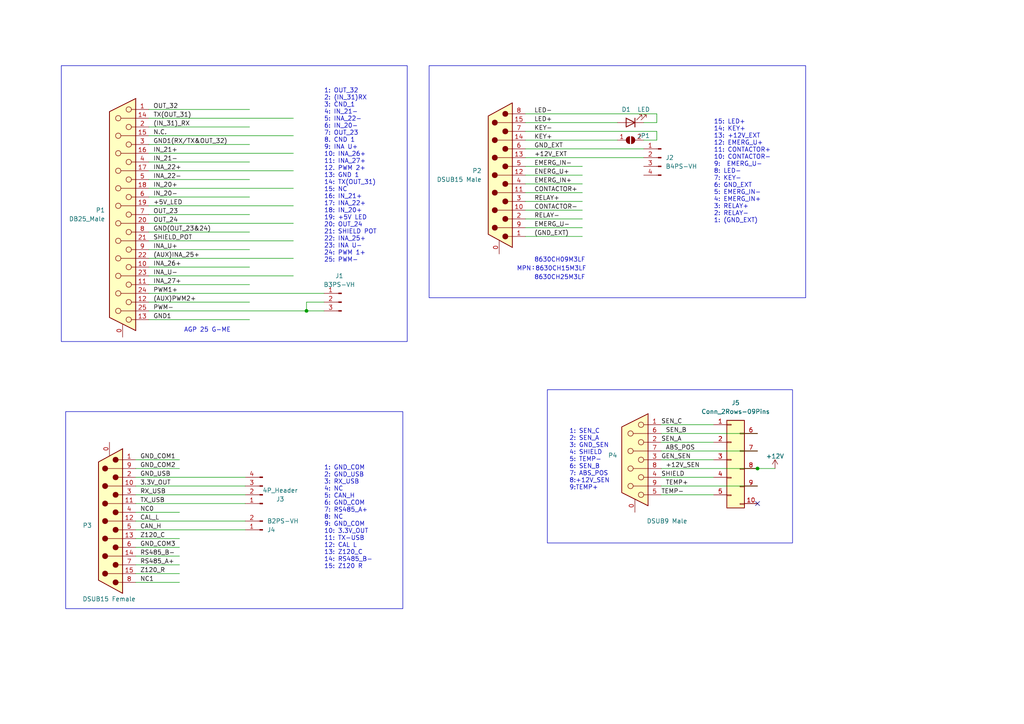
<source format=kicad_sch>
(kicad_sch
	(version 20231120)
	(generator "eeschema")
	(generator_version "8.0")
	(uuid "bf8f5c90-8ff0-43e2-b961-b1dc2fdb4261")
	(paper "A4")
	(lib_symbols
		(symbol "Connector:Conn_01x02_Pin"
			(pin_names
				(offset 1.016) hide)
			(exclude_from_sim no)
			(in_bom yes)
			(on_board yes)
			(property "Reference" "J"
				(at 0 2.54 0)
				(effects
					(font
						(size 1.27 1.27)
					)
				)
			)
			(property "Value" "Conn_01x02_Pin"
				(at 0 -5.08 0)
				(effects
					(font
						(size 1.27 1.27)
					)
				)
			)
			(property "Footprint" ""
				(at 0 0 0)
				(effects
					(font
						(size 1.27 1.27)
					)
					(hide yes)
				)
			)
			(property "Datasheet" "~"
				(at 0 0 0)
				(effects
					(font
						(size 1.27 1.27)
					)
					(hide yes)
				)
			)
			(property "Description" "Generic connector, single row, 01x02, script generated"
				(at 0 0 0)
				(effects
					(font
						(size 1.27 1.27)
					)
					(hide yes)
				)
			)
			(property "ki_locked" ""
				(at 0 0 0)
				(effects
					(font
						(size 1.27 1.27)
					)
				)
			)
			(property "ki_keywords" "connector"
				(at 0 0 0)
				(effects
					(font
						(size 1.27 1.27)
					)
					(hide yes)
				)
			)
			(property "ki_fp_filters" "Connector*:*_1x??_*"
				(at 0 0 0)
				(effects
					(font
						(size 1.27 1.27)
					)
					(hide yes)
				)
			)
			(symbol "Conn_01x02_Pin_1_1"
				(polyline
					(pts
						(xy 1.27 -2.54) (xy 0.8636 -2.54)
					)
					(stroke
						(width 0.1524)
						(type default)
					)
					(fill
						(type none)
					)
				)
				(polyline
					(pts
						(xy 1.27 0) (xy 0.8636 0)
					)
					(stroke
						(width 0.1524)
						(type default)
					)
					(fill
						(type none)
					)
				)
				(rectangle
					(start 0.8636 -2.413)
					(end 0 -2.667)
					(stroke
						(width 0.1524)
						(type default)
					)
					(fill
						(type outline)
					)
				)
				(rectangle
					(start 0.8636 0.127)
					(end 0 -0.127)
					(stroke
						(width 0.1524)
						(type default)
					)
					(fill
						(type outline)
					)
				)
				(pin passive line
					(at 5.08 0 180)
					(length 3.81)
					(name "Pin_1"
						(effects
							(font
								(size 1.27 1.27)
							)
						)
					)
					(number "1"
						(effects
							(font
								(size 1.27 1.27)
							)
						)
					)
				)
				(pin passive line
					(at 5.08 -2.54 180)
					(length 3.81)
					(name "Pin_2"
						(effects
							(font
								(size 1.27 1.27)
							)
						)
					)
					(number "2"
						(effects
							(font
								(size 1.27 1.27)
							)
						)
					)
				)
			)
		)
		(symbol "Connector:Conn_01x03_Pin"
			(pin_names
				(offset 1.016) hide)
			(exclude_from_sim no)
			(in_bom yes)
			(on_board yes)
			(property "Reference" "J"
				(at 0 5.08 0)
				(effects
					(font
						(size 1.27 1.27)
					)
				)
			)
			(property "Value" "Conn_01x03_Pin"
				(at 0 -5.08 0)
				(effects
					(font
						(size 1.27 1.27)
					)
				)
			)
			(property "Footprint" ""
				(at 0 0 0)
				(effects
					(font
						(size 1.27 1.27)
					)
					(hide yes)
				)
			)
			(property "Datasheet" "~"
				(at 0 0 0)
				(effects
					(font
						(size 1.27 1.27)
					)
					(hide yes)
				)
			)
			(property "Description" "Generic connector, single row, 01x03, script generated"
				(at 0 0 0)
				(effects
					(font
						(size 1.27 1.27)
					)
					(hide yes)
				)
			)
			(property "ki_locked" ""
				(at 0 0 0)
				(effects
					(font
						(size 1.27 1.27)
					)
				)
			)
			(property "ki_keywords" "connector"
				(at 0 0 0)
				(effects
					(font
						(size 1.27 1.27)
					)
					(hide yes)
				)
			)
			(property "ki_fp_filters" "Connector*:*_1x??_*"
				(at 0 0 0)
				(effects
					(font
						(size 1.27 1.27)
					)
					(hide yes)
				)
			)
			(symbol "Conn_01x03_Pin_1_1"
				(polyline
					(pts
						(xy 1.27 -2.54) (xy 0.8636 -2.54)
					)
					(stroke
						(width 0.1524)
						(type default)
					)
					(fill
						(type none)
					)
				)
				(polyline
					(pts
						(xy 1.27 0) (xy 0.8636 0)
					)
					(stroke
						(width 0.1524)
						(type default)
					)
					(fill
						(type none)
					)
				)
				(polyline
					(pts
						(xy 1.27 2.54) (xy 0.8636 2.54)
					)
					(stroke
						(width 0.1524)
						(type default)
					)
					(fill
						(type none)
					)
				)
				(rectangle
					(start 0.8636 -2.413)
					(end 0 -2.667)
					(stroke
						(width 0.1524)
						(type default)
					)
					(fill
						(type outline)
					)
				)
				(rectangle
					(start 0.8636 0.127)
					(end 0 -0.127)
					(stroke
						(width 0.1524)
						(type default)
					)
					(fill
						(type outline)
					)
				)
				(rectangle
					(start 0.8636 2.667)
					(end 0 2.413)
					(stroke
						(width 0.1524)
						(type default)
					)
					(fill
						(type outline)
					)
				)
				(pin passive line
					(at 5.08 2.54 180)
					(length 3.81)
					(name "Pin_1"
						(effects
							(font
								(size 1.27 1.27)
							)
						)
					)
					(number "1"
						(effects
							(font
								(size 1.27 1.27)
							)
						)
					)
				)
				(pin passive line
					(at 5.08 0 180)
					(length 3.81)
					(name "Pin_2"
						(effects
							(font
								(size 1.27 1.27)
							)
						)
					)
					(number "2"
						(effects
							(font
								(size 1.27 1.27)
							)
						)
					)
				)
				(pin passive line
					(at 5.08 -2.54 180)
					(length 3.81)
					(name "Pin_3"
						(effects
							(font
								(size 1.27 1.27)
							)
						)
					)
					(number "3"
						(effects
							(font
								(size 1.27 1.27)
							)
						)
					)
				)
			)
		)
		(symbol "Connector:Conn_01x04_Pin"
			(pin_names
				(offset 1.016) hide)
			(exclude_from_sim no)
			(in_bom yes)
			(on_board yes)
			(property "Reference" "J"
				(at 0 5.08 0)
				(effects
					(font
						(size 1.27 1.27)
					)
				)
			)
			(property "Value" "Conn_01x04_Pin"
				(at 0 -7.62 0)
				(effects
					(font
						(size 1.27 1.27)
					)
				)
			)
			(property "Footprint" ""
				(at 0 0 0)
				(effects
					(font
						(size 1.27 1.27)
					)
					(hide yes)
				)
			)
			(property "Datasheet" "~"
				(at 0 0 0)
				(effects
					(font
						(size 1.27 1.27)
					)
					(hide yes)
				)
			)
			(property "Description" "Generic connector, single row, 01x04, script generated"
				(at 0 0 0)
				(effects
					(font
						(size 1.27 1.27)
					)
					(hide yes)
				)
			)
			(property "ki_locked" ""
				(at 0 0 0)
				(effects
					(font
						(size 1.27 1.27)
					)
				)
			)
			(property "ki_keywords" "connector"
				(at 0 0 0)
				(effects
					(font
						(size 1.27 1.27)
					)
					(hide yes)
				)
			)
			(property "ki_fp_filters" "Connector*:*_1x??_*"
				(at 0 0 0)
				(effects
					(font
						(size 1.27 1.27)
					)
					(hide yes)
				)
			)
			(symbol "Conn_01x04_Pin_1_1"
				(polyline
					(pts
						(xy 1.27 -5.08) (xy 0.8636 -5.08)
					)
					(stroke
						(width 0.1524)
						(type default)
					)
					(fill
						(type none)
					)
				)
				(polyline
					(pts
						(xy 1.27 -2.54) (xy 0.8636 -2.54)
					)
					(stroke
						(width 0.1524)
						(type default)
					)
					(fill
						(type none)
					)
				)
				(polyline
					(pts
						(xy 1.27 0) (xy 0.8636 0)
					)
					(stroke
						(width 0.1524)
						(type default)
					)
					(fill
						(type none)
					)
				)
				(polyline
					(pts
						(xy 1.27 2.54) (xy 0.8636 2.54)
					)
					(stroke
						(width 0.1524)
						(type default)
					)
					(fill
						(type none)
					)
				)
				(rectangle
					(start 0.8636 -4.953)
					(end 0 -5.207)
					(stroke
						(width 0.1524)
						(type default)
					)
					(fill
						(type outline)
					)
				)
				(rectangle
					(start 0.8636 -2.413)
					(end 0 -2.667)
					(stroke
						(width 0.1524)
						(type default)
					)
					(fill
						(type outline)
					)
				)
				(rectangle
					(start 0.8636 0.127)
					(end 0 -0.127)
					(stroke
						(width 0.1524)
						(type default)
					)
					(fill
						(type outline)
					)
				)
				(rectangle
					(start 0.8636 2.667)
					(end 0 2.413)
					(stroke
						(width 0.1524)
						(type default)
					)
					(fill
						(type outline)
					)
				)
				(pin passive line
					(at 5.08 2.54 180)
					(length 3.81)
					(name "Pin_1"
						(effects
							(font
								(size 1.27 1.27)
							)
						)
					)
					(number "1"
						(effects
							(font
								(size 1.27 1.27)
							)
						)
					)
				)
				(pin passive line
					(at 5.08 0 180)
					(length 3.81)
					(name "Pin_2"
						(effects
							(font
								(size 1.27 1.27)
							)
						)
					)
					(number "2"
						(effects
							(font
								(size 1.27 1.27)
							)
						)
					)
				)
				(pin passive line
					(at 5.08 -2.54 180)
					(length 3.81)
					(name "Pin_3"
						(effects
							(font
								(size 1.27 1.27)
							)
						)
					)
					(number "3"
						(effects
							(font
								(size 1.27 1.27)
							)
						)
					)
				)
				(pin passive line
					(at 5.08 -5.08 180)
					(length 3.81)
					(name "Pin_4"
						(effects
							(font
								(size 1.27 1.27)
							)
						)
					)
					(number "4"
						(effects
							(font
								(size 1.27 1.27)
							)
						)
					)
				)
			)
		)
		(symbol "Connector:DA15_Plug_MountingHoles"
			(pin_names
				(offset 1.016) hide)
			(exclude_from_sim no)
			(in_bom yes)
			(on_board yes)
			(property "Reference" "J"
				(at 0 24.13 0)
				(effects
					(font
						(size 1.27 1.27)
					)
				)
			)
			(property "Value" "DA15_Plug_MountingHoles"
				(at 0 22.225 0)
				(effects
					(font
						(size 1.27 1.27)
					)
				)
			)
			(property "Footprint" ""
				(at 0 0 0)
				(effects
					(font
						(size 1.27 1.27)
					)
					(hide yes)
				)
			)
			(property "Datasheet" " ~"
				(at 0 0 0)
				(effects
					(font
						(size 1.27 1.27)
					)
					(hide yes)
				)
			)
			(property "Description" "15-pin male plug pin D-SUB connector (low-density/2 columns), Mounting Hole"
				(at 0 0 0)
				(effects
					(font
						(size 1.27 1.27)
					)
					(hide yes)
				)
			)
			(property "ki_keywords" "male plug D-SUB connector"
				(at 0 0 0)
				(effects
					(font
						(size 1.27 1.27)
					)
					(hide yes)
				)
			)
			(property "ki_fp_filters" "DSUB*Male*"
				(at 0 0 0)
				(effects
					(font
						(size 1.27 1.27)
					)
					(hide yes)
				)
			)
			(symbol "DA15_Plug_MountingHoles_0_1"
				(circle
					(center -1.778 -17.78)
					(radius 0.762)
					(stroke
						(width 0)
						(type default)
					)
					(fill
						(type outline)
					)
				)
				(circle
					(center -1.778 -12.7)
					(radius 0.762)
					(stroke
						(width 0)
						(type default)
					)
					(fill
						(type outline)
					)
				)
				(circle
					(center -1.778 -7.62)
					(radius 0.762)
					(stroke
						(width 0)
						(type default)
					)
					(fill
						(type outline)
					)
				)
				(circle
					(center -1.778 -2.54)
					(radius 0.762)
					(stroke
						(width 0)
						(type default)
					)
					(fill
						(type outline)
					)
				)
				(circle
					(center -1.778 2.54)
					(radius 0.762)
					(stroke
						(width 0)
						(type default)
					)
					(fill
						(type outline)
					)
				)
				(circle
					(center -1.778 7.62)
					(radius 0.762)
					(stroke
						(width 0)
						(type default)
					)
					(fill
						(type outline)
					)
				)
				(circle
					(center -1.778 12.7)
					(radius 0.762)
					(stroke
						(width 0)
						(type default)
					)
					(fill
						(type outline)
					)
				)
				(circle
					(center -1.778 17.78)
					(radius 0.762)
					(stroke
						(width 0)
						(type default)
					)
					(fill
						(type outline)
					)
				)
				(polyline
					(pts
						(xy -3.81 -17.78) (xy -2.54 -17.78)
					)
					(stroke
						(width 0)
						(type default)
					)
					(fill
						(type none)
					)
				)
				(polyline
					(pts
						(xy -3.81 -15.24) (xy 0.508 -15.24)
					)
					(stroke
						(width 0)
						(type default)
					)
					(fill
						(type none)
					)
				)
				(polyline
					(pts
						(xy -3.81 -12.7) (xy -2.54 -12.7)
					)
					(stroke
						(width 0)
						(type default)
					)
					(fill
						(type none)
					)
				)
				(polyline
					(pts
						(xy -3.81 -10.16) (xy 0.508 -10.16)
					)
					(stroke
						(width 0)
						(type default)
					)
					(fill
						(type none)
					)
				)
				(polyline
					(pts
						(xy -3.81 -7.62) (xy -2.54 -7.62)
					)
					(stroke
						(width 0)
						(type default)
					)
					(fill
						(type none)
					)
				)
				(polyline
					(pts
						(xy -3.81 -5.08) (xy 0.508 -5.08)
					)
					(stroke
						(width 0)
						(type default)
					)
					(fill
						(type none)
					)
				)
				(polyline
					(pts
						(xy -3.81 -2.54) (xy -2.54 -2.54)
					)
					(stroke
						(width 0)
						(type default)
					)
					(fill
						(type none)
					)
				)
				(polyline
					(pts
						(xy -3.81 0) (xy 0.508 0)
					)
					(stroke
						(width 0)
						(type default)
					)
					(fill
						(type none)
					)
				)
				(polyline
					(pts
						(xy -3.81 2.54) (xy -2.54 2.54)
					)
					(stroke
						(width 0)
						(type default)
					)
					(fill
						(type none)
					)
				)
				(polyline
					(pts
						(xy -3.81 5.08) (xy 0.508 5.08)
					)
					(stroke
						(width 0)
						(type default)
					)
					(fill
						(type none)
					)
				)
				(polyline
					(pts
						(xy -3.81 7.62) (xy -2.54 7.62)
					)
					(stroke
						(width 0)
						(type default)
					)
					(fill
						(type none)
					)
				)
				(polyline
					(pts
						(xy -3.81 10.16) (xy 0.508 10.16)
					)
					(stroke
						(width 0)
						(type default)
					)
					(fill
						(type none)
					)
				)
				(polyline
					(pts
						(xy -3.81 12.7) (xy -2.54 12.7)
					)
					(stroke
						(width 0)
						(type default)
					)
					(fill
						(type none)
					)
				)
				(polyline
					(pts
						(xy -3.81 15.24) (xy 0.508 15.24)
					)
					(stroke
						(width 0)
						(type default)
					)
					(fill
						(type none)
					)
				)
				(polyline
					(pts
						(xy -3.81 17.78) (xy -2.54 17.78)
					)
					(stroke
						(width 0)
						(type default)
					)
					(fill
						(type none)
					)
				)
				(polyline
					(pts
						(xy -3.81 -20.955) (xy 3.175 -17.145) (xy 3.175 17.145) (xy -3.81 20.955) (xy -3.81 -20.955)
					)
					(stroke
						(width 0.254)
						(type default)
					)
					(fill
						(type background)
					)
				)
				(circle
					(center 1.27 -15.24)
					(radius 0.762)
					(stroke
						(width 0)
						(type default)
					)
					(fill
						(type outline)
					)
				)
				(circle
					(center 1.27 -10.16)
					(radius 0.762)
					(stroke
						(width 0)
						(type default)
					)
					(fill
						(type outline)
					)
				)
				(circle
					(center 1.27 -5.08)
					(radius 0.762)
					(stroke
						(width 0)
						(type default)
					)
					(fill
						(type outline)
					)
				)
				(circle
					(center 1.27 0)
					(radius 0.762)
					(stroke
						(width 0)
						(type default)
					)
					(fill
						(type outline)
					)
				)
				(circle
					(center 1.27 5.08)
					(radius 0.762)
					(stroke
						(width 0)
						(type default)
					)
					(fill
						(type outline)
					)
				)
				(circle
					(center 1.27 10.16)
					(radius 0.762)
					(stroke
						(width 0)
						(type default)
					)
					(fill
						(type outline)
					)
				)
				(circle
					(center 1.27 15.24)
					(radius 0.762)
					(stroke
						(width 0)
						(type default)
					)
					(fill
						(type outline)
					)
				)
			)
			(symbol "DA15_Plug_MountingHoles_1_1"
				(pin passive line
					(at 0 -22.86 90)
					(length 3.81)
					(name "PAD"
						(effects
							(font
								(size 1.27 1.27)
							)
						)
					)
					(number "0"
						(effects
							(font
								(size 1.27 1.27)
							)
						)
					)
				)
				(pin passive line
					(at -7.62 -17.78 0)
					(length 3.81)
					(name "1"
						(effects
							(font
								(size 1.27 1.27)
							)
						)
					)
					(number "1"
						(effects
							(font
								(size 1.27 1.27)
							)
						)
					)
				)
				(pin passive line
					(at -7.62 -10.16 0)
					(length 3.81)
					(name "P10"
						(effects
							(font
								(size 1.27 1.27)
							)
						)
					)
					(number "10"
						(effects
							(font
								(size 1.27 1.27)
							)
						)
					)
				)
				(pin passive line
					(at -7.62 -5.08 0)
					(length 3.81)
					(name "P111"
						(effects
							(font
								(size 1.27 1.27)
							)
						)
					)
					(number "11"
						(effects
							(font
								(size 1.27 1.27)
							)
						)
					)
				)
				(pin passive line
					(at -7.62 0 0)
					(length 3.81)
					(name "P12"
						(effects
							(font
								(size 1.27 1.27)
							)
						)
					)
					(number "12"
						(effects
							(font
								(size 1.27 1.27)
							)
						)
					)
				)
				(pin passive line
					(at -7.62 5.08 0)
					(length 3.81)
					(name "P13"
						(effects
							(font
								(size 1.27 1.27)
							)
						)
					)
					(number "13"
						(effects
							(font
								(size 1.27 1.27)
							)
						)
					)
				)
				(pin passive line
					(at -7.62 10.16 0)
					(length 3.81)
					(name "P14"
						(effects
							(font
								(size 1.27 1.27)
							)
						)
					)
					(number "14"
						(effects
							(font
								(size 1.27 1.27)
							)
						)
					)
				)
				(pin passive line
					(at -7.62 15.24 0)
					(length 3.81)
					(name "P15"
						(effects
							(font
								(size 1.27 1.27)
							)
						)
					)
					(number "15"
						(effects
							(font
								(size 1.27 1.27)
							)
						)
					)
				)
				(pin passive line
					(at -7.62 -12.7 0)
					(length 3.81)
					(name "2"
						(effects
							(font
								(size 1.27 1.27)
							)
						)
					)
					(number "2"
						(effects
							(font
								(size 1.27 1.27)
							)
						)
					)
				)
				(pin passive line
					(at -7.62 -7.62 0)
					(length 3.81)
					(name "3"
						(effects
							(font
								(size 1.27 1.27)
							)
						)
					)
					(number "3"
						(effects
							(font
								(size 1.27 1.27)
							)
						)
					)
				)
				(pin passive line
					(at -7.62 -2.54 0)
					(length 3.81)
					(name "4"
						(effects
							(font
								(size 1.27 1.27)
							)
						)
					)
					(number "4"
						(effects
							(font
								(size 1.27 1.27)
							)
						)
					)
				)
				(pin passive line
					(at -7.62 2.54 0)
					(length 3.81)
					(name "5"
						(effects
							(font
								(size 1.27 1.27)
							)
						)
					)
					(number "5"
						(effects
							(font
								(size 1.27 1.27)
							)
						)
					)
				)
				(pin passive line
					(at -7.62 7.62 0)
					(length 3.81)
					(name "6"
						(effects
							(font
								(size 1.27 1.27)
							)
						)
					)
					(number "6"
						(effects
							(font
								(size 1.27 1.27)
							)
						)
					)
				)
				(pin passive line
					(at -7.62 12.7 0)
					(length 3.81)
					(name "7"
						(effects
							(font
								(size 1.27 1.27)
							)
						)
					)
					(number "7"
						(effects
							(font
								(size 1.27 1.27)
							)
						)
					)
				)
				(pin passive line
					(at -7.62 17.78 0)
					(length 3.81)
					(name "8"
						(effects
							(font
								(size 1.27 1.27)
							)
						)
					)
					(number "8"
						(effects
							(font
								(size 1.27 1.27)
							)
						)
					)
				)
				(pin passive line
					(at -7.62 -15.24 0)
					(length 3.81)
					(name "P9"
						(effects
							(font
								(size 1.27 1.27)
							)
						)
					)
					(number "9"
						(effects
							(font
								(size 1.27 1.27)
							)
						)
					)
				)
			)
		)
		(symbol "Connector:DB25_Receptacle_MountingHoles"
			(pin_names
				(offset 1.016) hide)
			(exclude_from_sim no)
			(in_bom yes)
			(on_board yes)
			(property "Reference" "J"
				(at 0 36.83 0)
				(effects
					(font
						(size 1.27 1.27)
					)
				)
			)
			(property "Value" "DB25_Receptacle_MountingHoles"
				(at 0 34.925 0)
				(effects
					(font
						(size 1.27 1.27)
					)
				)
			)
			(property "Footprint" ""
				(at 0 0 0)
				(effects
					(font
						(size 1.27 1.27)
					)
					(hide yes)
				)
			)
			(property "Datasheet" " ~"
				(at 0 0 0)
				(effects
					(font
						(size 1.27 1.27)
					)
					(hide yes)
				)
			)
			(property "Description" "25-pin female receptacle socket D-SUB connector, Mounting Hole"
				(at 0 0 0)
				(effects
					(font
						(size 1.27 1.27)
					)
					(hide yes)
				)
			)
			(property "ki_keywords" "female receptacle D-SUB connector"
				(at 0 0 0)
				(effects
					(font
						(size 1.27 1.27)
					)
					(hide yes)
				)
			)
			(property "ki_fp_filters" "DSUB*Female*"
				(at 0 0 0)
				(effects
					(font
						(size 1.27 1.27)
					)
					(hide yes)
				)
			)
			(symbol "DB25_Receptacle_MountingHoles_0_1"
				(circle
					(center -1.778 -30.48)
					(radius 0.762)
					(stroke
						(width 0)
						(type default)
					)
					(fill
						(type none)
					)
				)
				(circle
					(center -1.778 -25.4)
					(radius 0.762)
					(stroke
						(width 0)
						(type default)
					)
					(fill
						(type none)
					)
				)
				(circle
					(center -1.778 -20.32)
					(radius 0.762)
					(stroke
						(width 0)
						(type default)
					)
					(fill
						(type none)
					)
				)
				(circle
					(center -1.778 -15.24)
					(radius 0.762)
					(stroke
						(width 0)
						(type default)
					)
					(fill
						(type none)
					)
				)
				(circle
					(center -1.778 -10.16)
					(radius 0.762)
					(stroke
						(width 0)
						(type default)
					)
					(fill
						(type none)
					)
				)
				(circle
					(center -1.778 -5.08)
					(radius 0.762)
					(stroke
						(width 0)
						(type default)
					)
					(fill
						(type none)
					)
				)
				(circle
					(center -1.778 0)
					(radius 0.762)
					(stroke
						(width 0)
						(type default)
					)
					(fill
						(type none)
					)
				)
				(circle
					(center -1.778 5.08)
					(radius 0.762)
					(stroke
						(width 0)
						(type default)
					)
					(fill
						(type none)
					)
				)
				(circle
					(center -1.778 10.16)
					(radius 0.762)
					(stroke
						(width 0)
						(type default)
					)
					(fill
						(type none)
					)
				)
				(circle
					(center -1.778 15.24)
					(radius 0.762)
					(stroke
						(width 0)
						(type default)
					)
					(fill
						(type none)
					)
				)
				(circle
					(center -1.778 20.32)
					(radius 0.762)
					(stroke
						(width 0)
						(type default)
					)
					(fill
						(type none)
					)
				)
				(circle
					(center -1.778 25.4)
					(radius 0.762)
					(stroke
						(width 0)
						(type default)
					)
					(fill
						(type none)
					)
				)
				(circle
					(center -1.778 30.48)
					(radius 0.762)
					(stroke
						(width 0)
						(type default)
					)
					(fill
						(type none)
					)
				)
				(polyline
					(pts
						(xy -3.81 -30.48) (xy -2.54 -30.48)
					)
					(stroke
						(width 0)
						(type default)
					)
					(fill
						(type none)
					)
				)
				(polyline
					(pts
						(xy -3.81 -27.94) (xy 0.508 -27.94)
					)
					(stroke
						(width 0)
						(type default)
					)
					(fill
						(type none)
					)
				)
				(polyline
					(pts
						(xy -3.81 -25.4) (xy -2.54 -25.4)
					)
					(stroke
						(width 0)
						(type default)
					)
					(fill
						(type none)
					)
				)
				(polyline
					(pts
						(xy -3.81 -22.86) (xy 0.508 -22.86)
					)
					(stroke
						(width 0)
						(type default)
					)
					(fill
						(type none)
					)
				)
				(polyline
					(pts
						(xy -3.81 -20.32) (xy -2.54 -20.32)
					)
					(stroke
						(width 0)
						(type default)
					)
					(fill
						(type none)
					)
				)
				(polyline
					(pts
						(xy -3.81 -17.78) (xy 0.508 -17.78)
					)
					(stroke
						(width 0)
						(type default)
					)
					(fill
						(type none)
					)
				)
				(polyline
					(pts
						(xy -3.81 -15.24) (xy -2.54 -15.24)
					)
					(stroke
						(width 0)
						(type default)
					)
					(fill
						(type none)
					)
				)
				(polyline
					(pts
						(xy -3.81 -12.7) (xy 0.508 -12.7)
					)
					(stroke
						(width 0)
						(type default)
					)
					(fill
						(type none)
					)
				)
				(polyline
					(pts
						(xy -3.81 -10.16) (xy -2.54 -10.16)
					)
					(stroke
						(width 0)
						(type default)
					)
					(fill
						(type none)
					)
				)
				(polyline
					(pts
						(xy -3.81 -7.62) (xy 0.508 -7.62)
					)
					(stroke
						(width 0)
						(type default)
					)
					(fill
						(type none)
					)
				)
				(polyline
					(pts
						(xy -3.81 -5.08) (xy -2.54 -5.08)
					)
					(stroke
						(width 0)
						(type default)
					)
					(fill
						(type none)
					)
				)
				(polyline
					(pts
						(xy -3.81 -2.54) (xy 0.508 -2.54)
					)
					(stroke
						(width 0)
						(type default)
					)
					(fill
						(type none)
					)
				)
				(polyline
					(pts
						(xy -3.81 0) (xy -2.54 0)
					)
					(stroke
						(width 0)
						(type default)
					)
					(fill
						(type none)
					)
				)
				(polyline
					(pts
						(xy -3.81 2.54) (xy 0.508 2.54)
					)
					(stroke
						(width 0)
						(type default)
					)
					(fill
						(type none)
					)
				)
				(polyline
					(pts
						(xy -3.81 5.08) (xy -2.54 5.08)
					)
					(stroke
						(width 0)
						(type default)
					)
					(fill
						(type none)
					)
				)
				(polyline
					(pts
						(xy -3.81 7.62) (xy 0.508 7.62)
					)
					(stroke
						(width 0)
						(type default)
					)
					(fill
						(type none)
					)
				)
				(polyline
					(pts
						(xy -3.81 10.16) (xy -2.54 10.16)
					)
					(stroke
						(width 0)
						(type default)
					)
					(fill
						(type none)
					)
				)
				(polyline
					(pts
						(xy -3.81 12.7) (xy 0.508 12.7)
					)
					(stroke
						(width 0)
						(type default)
					)
					(fill
						(type none)
					)
				)
				(polyline
					(pts
						(xy -3.81 15.24) (xy -2.54 15.24)
					)
					(stroke
						(width 0)
						(type default)
					)
					(fill
						(type none)
					)
				)
				(polyline
					(pts
						(xy -3.81 17.78) (xy 0.508 17.78)
					)
					(stroke
						(width 0)
						(type default)
					)
					(fill
						(type none)
					)
				)
				(polyline
					(pts
						(xy -3.81 20.32) (xy -2.54 20.32)
					)
					(stroke
						(width 0)
						(type default)
					)
					(fill
						(type none)
					)
				)
				(polyline
					(pts
						(xy -3.81 22.86) (xy 0.508 22.86)
					)
					(stroke
						(width 0)
						(type default)
					)
					(fill
						(type none)
					)
				)
				(polyline
					(pts
						(xy -3.81 25.4) (xy -2.54 25.4)
					)
					(stroke
						(width 0)
						(type default)
					)
					(fill
						(type none)
					)
				)
				(polyline
					(pts
						(xy -3.81 27.94) (xy 0.508 27.94)
					)
					(stroke
						(width 0)
						(type default)
					)
					(fill
						(type none)
					)
				)
				(polyline
					(pts
						(xy -3.81 30.48) (xy -2.54 30.48)
					)
					(stroke
						(width 0)
						(type default)
					)
					(fill
						(type none)
					)
				)
				(polyline
					(pts
						(xy -3.81 33.655) (xy 3.81 29.845) (xy 3.81 -29.845) (xy -3.81 -33.655) (xy -3.81 33.655)
					)
					(stroke
						(width 0.254)
						(type default)
					)
					(fill
						(type background)
					)
				)
				(circle
					(center 1.27 -27.94)
					(radius 0.762)
					(stroke
						(width 0)
						(type default)
					)
					(fill
						(type none)
					)
				)
				(circle
					(center 1.27 -22.86)
					(radius 0.762)
					(stroke
						(width 0)
						(type default)
					)
					(fill
						(type none)
					)
				)
				(circle
					(center 1.27 -17.78)
					(radius 0.762)
					(stroke
						(width 0)
						(type default)
					)
					(fill
						(type none)
					)
				)
				(circle
					(center 1.27 -12.7)
					(radius 0.762)
					(stroke
						(width 0)
						(type default)
					)
					(fill
						(type none)
					)
				)
				(circle
					(center 1.27 -7.62)
					(radius 0.762)
					(stroke
						(width 0)
						(type default)
					)
					(fill
						(type none)
					)
				)
				(circle
					(center 1.27 -2.54)
					(radius 0.762)
					(stroke
						(width 0)
						(type default)
					)
					(fill
						(type none)
					)
				)
				(circle
					(center 1.27 2.54)
					(radius 0.762)
					(stroke
						(width 0)
						(type default)
					)
					(fill
						(type none)
					)
				)
				(circle
					(center 1.27 7.62)
					(radius 0.762)
					(stroke
						(width 0)
						(type default)
					)
					(fill
						(type none)
					)
				)
				(circle
					(center 1.27 12.7)
					(radius 0.762)
					(stroke
						(width 0)
						(type default)
					)
					(fill
						(type none)
					)
				)
				(circle
					(center 1.27 17.78)
					(radius 0.762)
					(stroke
						(width 0)
						(type default)
					)
					(fill
						(type none)
					)
				)
				(circle
					(center 1.27 22.86)
					(radius 0.762)
					(stroke
						(width 0)
						(type default)
					)
					(fill
						(type none)
					)
				)
				(circle
					(center 1.27 27.94)
					(radius 0.762)
					(stroke
						(width 0)
						(type default)
					)
					(fill
						(type none)
					)
				)
			)
			(symbol "DB25_Receptacle_MountingHoles_1_1"
				(pin passive line
					(at 0 -35.56 90)
					(length 3.81)
					(name "PAD"
						(effects
							(font
								(size 1.27 1.27)
							)
						)
					)
					(number "0"
						(effects
							(font
								(size 1.27 1.27)
							)
						)
					)
				)
				(pin passive line
					(at -7.62 30.48 0)
					(length 3.81)
					(name "1"
						(effects
							(font
								(size 1.27 1.27)
							)
						)
					)
					(number "1"
						(effects
							(font
								(size 1.27 1.27)
							)
						)
					)
				)
				(pin passive line
					(at -7.62 -15.24 0)
					(length 3.81)
					(name "10"
						(effects
							(font
								(size 1.27 1.27)
							)
						)
					)
					(number "10"
						(effects
							(font
								(size 1.27 1.27)
							)
						)
					)
				)
				(pin passive line
					(at -7.62 -20.32 0)
					(length 3.81)
					(name "11"
						(effects
							(font
								(size 1.27 1.27)
							)
						)
					)
					(number "11"
						(effects
							(font
								(size 1.27 1.27)
							)
						)
					)
				)
				(pin passive line
					(at -7.62 -25.4 0)
					(length 3.81)
					(name "12"
						(effects
							(font
								(size 1.27 1.27)
							)
						)
					)
					(number "12"
						(effects
							(font
								(size 1.27 1.27)
							)
						)
					)
				)
				(pin passive line
					(at -7.62 -30.48 0)
					(length 3.81)
					(name "13"
						(effects
							(font
								(size 1.27 1.27)
							)
						)
					)
					(number "13"
						(effects
							(font
								(size 1.27 1.27)
							)
						)
					)
				)
				(pin passive line
					(at -7.62 27.94 0)
					(length 3.81)
					(name "P14"
						(effects
							(font
								(size 1.27 1.27)
							)
						)
					)
					(number "14"
						(effects
							(font
								(size 1.27 1.27)
							)
						)
					)
				)
				(pin passive line
					(at -7.62 22.86 0)
					(length 3.81)
					(name "P15"
						(effects
							(font
								(size 1.27 1.27)
							)
						)
					)
					(number "15"
						(effects
							(font
								(size 1.27 1.27)
							)
						)
					)
				)
				(pin passive line
					(at -7.62 17.78 0)
					(length 3.81)
					(name "P16"
						(effects
							(font
								(size 1.27 1.27)
							)
						)
					)
					(number "16"
						(effects
							(font
								(size 1.27 1.27)
							)
						)
					)
				)
				(pin passive line
					(at -7.62 12.7 0)
					(length 3.81)
					(name "P17"
						(effects
							(font
								(size 1.27 1.27)
							)
						)
					)
					(number "17"
						(effects
							(font
								(size 1.27 1.27)
							)
						)
					)
				)
				(pin passive line
					(at -7.62 7.62 0)
					(length 3.81)
					(name "P18"
						(effects
							(font
								(size 1.27 1.27)
							)
						)
					)
					(number "18"
						(effects
							(font
								(size 1.27 1.27)
							)
						)
					)
				)
				(pin passive line
					(at -7.62 2.54 0)
					(length 3.81)
					(name "P19"
						(effects
							(font
								(size 1.27 1.27)
							)
						)
					)
					(number "19"
						(effects
							(font
								(size 1.27 1.27)
							)
						)
					)
				)
				(pin passive line
					(at -7.62 25.4 0)
					(length 3.81)
					(name "2"
						(effects
							(font
								(size 1.27 1.27)
							)
						)
					)
					(number "2"
						(effects
							(font
								(size 1.27 1.27)
							)
						)
					)
				)
				(pin passive line
					(at -7.62 -2.54 0)
					(length 3.81)
					(name "P20"
						(effects
							(font
								(size 1.27 1.27)
							)
						)
					)
					(number "20"
						(effects
							(font
								(size 1.27 1.27)
							)
						)
					)
				)
				(pin passive line
					(at -7.62 -7.62 0)
					(length 3.81)
					(name "P21"
						(effects
							(font
								(size 1.27 1.27)
							)
						)
					)
					(number "21"
						(effects
							(font
								(size 1.27 1.27)
							)
						)
					)
				)
				(pin passive line
					(at -7.62 -12.7 0)
					(length 3.81)
					(name "P22"
						(effects
							(font
								(size 1.27 1.27)
							)
						)
					)
					(number "22"
						(effects
							(font
								(size 1.27 1.27)
							)
						)
					)
				)
				(pin passive line
					(at -7.62 -17.78 0)
					(length 3.81)
					(name "P23"
						(effects
							(font
								(size 1.27 1.27)
							)
						)
					)
					(number "23"
						(effects
							(font
								(size 1.27 1.27)
							)
						)
					)
				)
				(pin passive line
					(at -7.62 -22.86 0)
					(length 3.81)
					(name "P24"
						(effects
							(font
								(size 1.27 1.27)
							)
						)
					)
					(number "24"
						(effects
							(font
								(size 1.27 1.27)
							)
						)
					)
				)
				(pin passive line
					(at -7.62 -27.94 0)
					(length 3.81)
					(name "P25"
						(effects
							(font
								(size 1.27 1.27)
							)
						)
					)
					(number "25"
						(effects
							(font
								(size 1.27 1.27)
							)
						)
					)
				)
				(pin passive line
					(at -7.62 20.32 0)
					(length 3.81)
					(name "3"
						(effects
							(font
								(size 1.27 1.27)
							)
						)
					)
					(number "3"
						(effects
							(font
								(size 1.27 1.27)
							)
						)
					)
				)
				(pin passive line
					(at -7.62 15.24 0)
					(length 3.81)
					(name "4"
						(effects
							(font
								(size 1.27 1.27)
							)
						)
					)
					(number "4"
						(effects
							(font
								(size 1.27 1.27)
							)
						)
					)
				)
				(pin passive line
					(at -7.62 10.16 0)
					(length 3.81)
					(name "5"
						(effects
							(font
								(size 1.27 1.27)
							)
						)
					)
					(number "5"
						(effects
							(font
								(size 1.27 1.27)
							)
						)
					)
				)
				(pin passive line
					(at -7.62 5.08 0)
					(length 3.81)
					(name "6"
						(effects
							(font
								(size 1.27 1.27)
							)
						)
					)
					(number "6"
						(effects
							(font
								(size 1.27 1.27)
							)
						)
					)
				)
				(pin passive line
					(at -7.62 0 0)
					(length 3.81)
					(name "7"
						(effects
							(font
								(size 1.27 1.27)
							)
						)
					)
					(number "7"
						(effects
							(font
								(size 1.27 1.27)
							)
						)
					)
				)
				(pin passive line
					(at -7.62 -5.08 0)
					(length 3.81)
					(name "8"
						(effects
							(font
								(size 1.27 1.27)
							)
						)
					)
					(number "8"
						(effects
							(font
								(size 1.27 1.27)
							)
						)
					)
				)
				(pin passive line
					(at -7.62 -10.16 0)
					(length 3.81)
					(name "9"
						(effects
							(font
								(size 1.27 1.27)
							)
						)
					)
					(number "9"
						(effects
							(font
								(size 1.27 1.27)
							)
						)
					)
				)
			)
		)
		(symbol "Connector:DE9_Receptacle_MountingHoles"
			(pin_names
				(offset 1.016) hide)
			(exclude_from_sim no)
			(in_bom yes)
			(on_board yes)
			(property "Reference" "J"
				(at 0 16.51 0)
				(effects
					(font
						(size 1.27 1.27)
					)
				)
			)
			(property "Value" "DE9_Receptacle_MountingHoles"
				(at 0 14.605 0)
				(effects
					(font
						(size 1.27 1.27)
					)
				)
			)
			(property "Footprint" ""
				(at 0 0 0)
				(effects
					(font
						(size 1.27 1.27)
					)
					(hide yes)
				)
			)
			(property "Datasheet" " ~"
				(at 0 0 0)
				(effects
					(font
						(size 1.27 1.27)
					)
					(hide yes)
				)
			)
			(property "Description" "9-pin female receptacle socket D-SUB connector, Mounting Hole"
				(at 0 0 0)
				(effects
					(font
						(size 1.27 1.27)
					)
					(hide yes)
				)
			)
			(property "ki_keywords" "connector receptacle female D-SUB DB9"
				(at 0 0 0)
				(effects
					(font
						(size 1.27 1.27)
					)
					(hide yes)
				)
			)
			(property "ki_fp_filters" "DSUB*Female*"
				(at 0 0 0)
				(effects
					(font
						(size 1.27 1.27)
					)
					(hide yes)
				)
			)
			(symbol "DE9_Receptacle_MountingHoles_0_1"
				(circle
					(center -1.778 -10.16)
					(radius 0.762)
					(stroke
						(width 0)
						(type default)
					)
					(fill
						(type none)
					)
				)
				(circle
					(center -1.778 -5.08)
					(radius 0.762)
					(stroke
						(width 0)
						(type default)
					)
					(fill
						(type none)
					)
				)
				(circle
					(center -1.778 0)
					(radius 0.762)
					(stroke
						(width 0)
						(type default)
					)
					(fill
						(type none)
					)
				)
				(circle
					(center -1.778 5.08)
					(radius 0.762)
					(stroke
						(width 0)
						(type default)
					)
					(fill
						(type none)
					)
				)
				(circle
					(center -1.778 10.16)
					(radius 0.762)
					(stroke
						(width 0)
						(type default)
					)
					(fill
						(type none)
					)
				)
				(polyline
					(pts
						(xy -3.81 -10.16) (xy -2.54 -10.16)
					)
					(stroke
						(width 0)
						(type default)
					)
					(fill
						(type none)
					)
				)
				(polyline
					(pts
						(xy -3.81 -7.62) (xy 0.508 -7.62)
					)
					(stroke
						(width 0)
						(type default)
					)
					(fill
						(type none)
					)
				)
				(polyline
					(pts
						(xy -3.81 -5.08) (xy -2.54 -5.08)
					)
					(stroke
						(width 0)
						(type default)
					)
					(fill
						(type none)
					)
				)
				(polyline
					(pts
						(xy -3.81 -2.54) (xy 0.508 -2.54)
					)
					(stroke
						(width 0)
						(type default)
					)
					(fill
						(type none)
					)
				)
				(polyline
					(pts
						(xy -3.81 0) (xy -2.54 0)
					)
					(stroke
						(width 0)
						(type default)
					)
					(fill
						(type none)
					)
				)
				(polyline
					(pts
						(xy -3.81 2.54) (xy 0.508 2.54)
					)
					(stroke
						(width 0)
						(type default)
					)
					(fill
						(type none)
					)
				)
				(polyline
					(pts
						(xy -3.81 5.08) (xy -2.54 5.08)
					)
					(stroke
						(width 0)
						(type default)
					)
					(fill
						(type none)
					)
				)
				(polyline
					(pts
						(xy -3.81 7.62) (xy 0.508 7.62)
					)
					(stroke
						(width 0)
						(type default)
					)
					(fill
						(type none)
					)
				)
				(polyline
					(pts
						(xy -3.81 10.16) (xy -2.54 10.16)
					)
					(stroke
						(width 0)
						(type default)
					)
					(fill
						(type none)
					)
				)
				(polyline
					(pts
						(xy -3.81 13.335) (xy -3.81 -13.335) (xy 3.81 -9.525) (xy 3.81 9.525) (xy -3.81 13.335)
					)
					(stroke
						(width 0.254)
						(type default)
					)
					(fill
						(type background)
					)
				)
				(circle
					(center 1.27 -7.62)
					(radius 0.762)
					(stroke
						(width 0)
						(type default)
					)
					(fill
						(type none)
					)
				)
				(circle
					(center 1.27 -2.54)
					(radius 0.762)
					(stroke
						(width 0)
						(type default)
					)
					(fill
						(type none)
					)
				)
				(circle
					(center 1.27 2.54)
					(radius 0.762)
					(stroke
						(width 0)
						(type default)
					)
					(fill
						(type none)
					)
				)
				(circle
					(center 1.27 7.62)
					(radius 0.762)
					(stroke
						(width 0)
						(type default)
					)
					(fill
						(type none)
					)
				)
			)
			(symbol "DE9_Receptacle_MountingHoles_1_1"
				(pin passive line
					(at 0 -15.24 90)
					(length 3.81)
					(name "PAD"
						(effects
							(font
								(size 1.27 1.27)
							)
						)
					)
					(number "0"
						(effects
							(font
								(size 1.27 1.27)
							)
						)
					)
				)
				(pin passive line
					(at -7.62 10.16 0)
					(length 3.81)
					(name "1"
						(effects
							(font
								(size 1.27 1.27)
							)
						)
					)
					(number "1"
						(effects
							(font
								(size 1.27 1.27)
							)
						)
					)
				)
				(pin passive line
					(at -7.62 5.08 0)
					(length 3.81)
					(name "2"
						(effects
							(font
								(size 1.27 1.27)
							)
						)
					)
					(number "2"
						(effects
							(font
								(size 1.27 1.27)
							)
						)
					)
				)
				(pin passive line
					(at -7.62 0 0)
					(length 3.81)
					(name "3"
						(effects
							(font
								(size 1.27 1.27)
							)
						)
					)
					(number "3"
						(effects
							(font
								(size 1.27 1.27)
							)
						)
					)
				)
				(pin passive line
					(at -7.62 -5.08 0)
					(length 3.81)
					(name "4"
						(effects
							(font
								(size 1.27 1.27)
							)
						)
					)
					(number "4"
						(effects
							(font
								(size 1.27 1.27)
							)
						)
					)
				)
				(pin passive line
					(at -7.62 -10.16 0)
					(length 3.81)
					(name "5"
						(effects
							(font
								(size 1.27 1.27)
							)
						)
					)
					(number "5"
						(effects
							(font
								(size 1.27 1.27)
							)
						)
					)
				)
				(pin passive line
					(at -7.62 7.62 0)
					(length 3.81)
					(name "6"
						(effects
							(font
								(size 1.27 1.27)
							)
						)
					)
					(number "6"
						(effects
							(font
								(size 1.27 1.27)
							)
						)
					)
				)
				(pin passive line
					(at -7.62 2.54 0)
					(length 3.81)
					(name "7"
						(effects
							(font
								(size 1.27 1.27)
							)
						)
					)
					(number "7"
						(effects
							(font
								(size 1.27 1.27)
							)
						)
					)
				)
				(pin passive line
					(at -7.62 -2.54 0)
					(length 3.81)
					(name "8"
						(effects
							(font
								(size 1.27 1.27)
							)
						)
					)
					(number "8"
						(effects
							(font
								(size 1.27 1.27)
							)
						)
					)
				)
				(pin passive line
					(at -7.62 -7.62 0)
					(length 3.81)
					(name "9"
						(effects
							(font
								(size 1.27 1.27)
							)
						)
					)
					(number "9"
						(effects
							(font
								(size 1.27 1.27)
							)
						)
					)
				)
			)
		)
		(symbol "Connector_Generic:Conn_2Rows-09Pins_DSUB"
			(pin_names
				(offset 1.016) hide)
			(exclude_from_sim no)
			(in_bom yes)
			(on_board yes)
			(property "Reference" "J"
				(at 0 7.62 0)
				(effects
					(font
						(size 1.27 1.27)
					)
				)
			)
			(property "Value" "Conn_2Rows-09Pins"
				(at 0 -7.62 0)
				(effects
					(font
						(size 1.27 1.27)
					)
				)
			)
			(property "Footprint" "Connector_PinSocket_2.54mm:PinSocket_2x05_P2.54mm_Vertical"
				(at -1.27 0 0)
				(effects
					(font
						(size 1.27 1.27)
					)
					(hide yes)
				)
			)
			(property "Datasheet" "~"
				(at -1.27 0 0)
				(effects
					(font
						(size 1.27 1.27)
					)
					(hide yes)
				)
			)
			(property "Description" "Generic connector, double row, 09 pins, odd/even pin numbering scheme (row 1 odd numbers, row 2 even numbers), script generated (kicad-library-utils/schlib/autogen/connector/)"
				(at 0 0 0)
				(effects
					(font
						(size 1.27 1.27)
					)
					(hide yes)
				)
			)
			(property "ki_keywords" "connector"
				(at 0 0 0)
				(effects
					(font
						(size 1.27 1.27)
					)
					(hide yes)
				)
			)
			(property "ki_fp_filters" "Connector*:*2Rows*Pins__* *FCC*2Rows*Pins__*"
				(at 0 0 0)
				(effects
					(font
						(size 1.27 1.27)
					)
					(hide yes)
				)
			)
			(symbol "Conn_2Rows-09Pins_DSUB_1_1"
				(rectangle
					(start -2.54 -15.24)
					(end -1.27 -15.494)
					(stroke
						(width 0.1524)
						(type default)
					)
					(fill
						(type none)
					)
				)
				(rectangle
					(start -2.54 -10.16)
					(end -1.27 -10.414)
					(stroke
						(width 0.1524)
						(type default)
					)
					(fill
						(type none)
					)
				)
				(rectangle
					(start -2.54 -4.953)
					(end -1.27 -5.207)
					(stroke
						(width 0.1524)
						(type default)
					)
					(fill
						(type none)
					)
				)
				(rectangle
					(start -2.54 0.127)
					(end -1.27 -0.127)
					(stroke
						(width 0.1524)
						(type default)
					)
					(fill
						(type none)
					)
				)
				(rectangle
					(start -2.54 5.207)
					(end -1.27 4.953)
					(stroke
						(width 0.1524)
						(type default)
					)
					(fill
						(type none)
					)
				)
				(rectangle
					(start -2.54 6.35)
					(end 2.54 -19.05)
					(stroke
						(width 0.254)
						(type default)
					)
					(fill
						(type background)
					)
				)
				(rectangle
					(start 1.27 -17.78)
					(end 2.54 -18.034)
					(stroke
						(width 0.1524)
						(type default)
					)
					(fill
						(type none)
					)
				)
				(rectangle
					(start 1.27 -12.7)
					(end 2.54 -12.954)
					(stroke
						(width 0.1524)
						(type default)
					)
					(fill
						(type none)
					)
				)
				(rectangle
					(start 1.27 -7.62)
					(end 2.54 -7.874)
					(stroke
						(width 0.1524)
						(type default)
					)
					(fill
						(type none)
					)
				)
				(rectangle
					(start 2.54 -2.413)
					(end 1.27 -2.667)
					(stroke
						(width 0.1524)
						(type default)
					)
					(fill
						(type none)
					)
				)
				(rectangle
					(start 2.54 2.667)
					(end 1.27 2.413)
					(stroke
						(width 0.1524)
						(type default)
					)
					(fill
						(type none)
					)
				)
				(pin passive line
					(at -6.35 5.08 0)
					(length 3.81)
					(name "Pin_1"
						(effects
							(font
								(size 1.27 1.27)
							)
						)
					)
					(number "1"
						(effects
							(font
								(size 1.27 1.27)
							)
						)
					)
				)
				(pin passive line
					(at 6.35 -17.78 180)
					(length 3.81)
					(name "Pin_10"
						(effects
							(font
								(size 1.27 1.27)
							)
						)
					)
					(number "10"
						(effects
							(font
								(size 1.27 1.27)
							)
						)
					)
				)
				(pin passive line
					(at -6.35 0 0)
					(length 3.81)
					(name "Pin_2"
						(effects
							(font
								(size 1.27 1.27)
							)
						)
					)
					(number "2"
						(effects
							(font
								(size 1.27 1.27)
							)
						)
					)
				)
				(pin passive line
					(at -6.35 -5.08 0)
					(length 3.81)
					(name "Pin_3"
						(effects
							(font
								(size 1.27 1.27)
							)
						)
					)
					(number "3"
						(effects
							(font
								(size 1.27 1.27)
							)
						)
					)
				)
				(pin passive line
					(at -6.35 -10.16 0)
					(length 3.81)
					(name "Pin_4"
						(effects
							(font
								(size 1.27 1.27)
							)
						)
					)
					(number "4"
						(effects
							(font
								(size 1.27 1.27)
							)
						)
					)
				)
				(pin passive line
					(at -6.35 -15.24 0)
					(length 3.81)
					(name "Pin_5"
						(effects
							(font
								(size 1.27 1.27)
							)
						)
					)
					(number "5"
						(effects
							(font
								(size 1.27 1.27)
							)
						)
					)
				)
				(pin passive line
					(at 6.35 2.54 180)
					(length 3.81)
					(name "Pin_6"
						(effects
							(font
								(size 1.27 1.27)
							)
						)
					)
					(number "6"
						(effects
							(font
								(size 1.27 1.27)
							)
						)
					)
				)
				(pin passive line
					(at 6.35 -2.54 180)
					(length 3.81)
					(name "Pin_7"
						(effects
							(font
								(size 1.27 1.27)
							)
						)
					)
					(number "7"
						(effects
							(font
								(size 1.27 1.27)
							)
						)
					)
				)
				(pin passive line
					(at 6.35 -7.62 180)
					(length 3.81)
					(name "Pin_8"
						(effects
							(font
								(size 1.27 1.27)
							)
						)
					)
					(number "8"
						(effects
							(font
								(size 1.27 1.27)
							)
						)
					)
				)
				(pin passive line
					(at 6.35 -12.7 180)
					(length 3.81)
					(name "Pin_9"
						(effects
							(font
								(size 1.27 1.27)
							)
						)
					)
					(number "9"
						(effects
							(font
								(size 1.27 1.27)
							)
						)
					)
				)
			)
		)
		(symbol "Device:LED"
			(pin_numbers hide)
			(pin_names
				(offset 1.016) hide)
			(exclude_from_sim no)
			(in_bom yes)
			(on_board yes)
			(property "Reference" "D"
				(at 0 2.54 0)
				(effects
					(font
						(size 1.27 1.27)
					)
				)
			)
			(property "Value" "LED"
				(at 0 -2.54 0)
				(effects
					(font
						(size 1.27 1.27)
					)
				)
			)
			(property "Footprint" ""
				(at 0 0 0)
				(effects
					(font
						(size 1.27 1.27)
					)
					(hide yes)
				)
			)
			(property "Datasheet" "~"
				(at 0 0 0)
				(effects
					(font
						(size 1.27 1.27)
					)
					(hide yes)
				)
			)
			(property "Description" "Light emitting diode"
				(at 0 0 0)
				(effects
					(font
						(size 1.27 1.27)
					)
					(hide yes)
				)
			)
			(property "ki_keywords" "LED diode"
				(at 0 0 0)
				(effects
					(font
						(size 1.27 1.27)
					)
					(hide yes)
				)
			)
			(property "ki_fp_filters" "LED* LED_SMD:* LED_THT:*"
				(at 0 0 0)
				(effects
					(font
						(size 1.27 1.27)
					)
					(hide yes)
				)
			)
			(symbol "LED_0_1"
				(polyline
					(pts
						(xy -1.27 -1.27) (xy -1.27 1.27)
					)
					(stroke
						(width 0.254)
						(type default)
					)
					(fill
						(type none)
					)
				)
				(polyline
					(pts
						(xy -1.27 0) (xy 1.27 0)
					)
					(stroke
						(width 0)
						(type default)
					)
					(fill
						(type none)
					)
				)
				(polyline
					(pts
						(xy 1.27 -1.27) (xy 1.27 1.27) (xy -1.27 0) (xy 1.27 -1.27)
					)
					(stroke
						(width 0.254)
						(type default)
					)
					(fill
						(type none)
					)
				)
				(polyline
					(pts
						(xy -3.048 -0.762) (xy -4.572 -2.286) (xy -3.81 -2.286) (xy -4.572 -2.286) (xy -4.572 -1.524)
					)
					(stroke
						(width 0)
						(type default)
					)
					(fill
						(type none)
					)
				)
				(polyline
					(pts
						(xy -1.778 -0.762) (xy -3.302 -2.286) (xy -2.54 -2.286) (xy -3.302 -2.286) (xy -3.302 -1.524)
					)
					(stroke
						(width 0)
						(type default)
					)
					(fill
						(type none)
					)
				)
			)
			(symbol "LED_1_1"
				(pin passive line
					(at -3.81 0 0)
					(length 2.54)
					(name "K"
						(effects
							(font
								(size 1.27 1.27)
							)
						)
					)
					(number "1"
						(effects
							(font
								(size 1.27 1.27)
							)
						)
					)
				)
				(pin passive line
					(at 3.81 0 180)
					(length 2.54)
					(name "A"
						(effects
							(font
								(size 1.27 1.27)
							)
						)
					)
					(number "2"
						(effects
							(font
								(size 1.27 1.27)
							)
						)
					)
				)
			)
		)
		(symbol "Jumper:SolderJumper_2_Open"
			(pin_names
				(offset 0) hide)
			(exclude_from_sim no)
			(in_bom yes)
			(on_board yes)
			(property "Reference" "JP"
				(at 0 2.032 0)
				(effects
					(font
						(size 1.27 1.27)
					)
				)
			)
			(property "Value" "SolderJumper_2_Open"
				(at 0 -2.54 0)
				(effects
					(font
						(size 1.27 1.27)
					)
				)
			)
			(property "Footprint" ""
				(at 0 0 0)
				(effects
					(font
						(size 1.27 1.27)
					)
					(hide yes)
				)
			)
			(property "Datasheet" "~"
				(at 0 0 0)
				(effects
					(font
						(size 1.27 1.27)
					)
					(hide yes)
				)
			)
			(property "Description" "Solder Jumper, 2-pole, open"
				(at 0 0 0)
				(effects
					(font
						(size 1.27 1.27)
					)
					(hide yes)
				)
			)
			(property "ki_keywords" "solder jumper SPST"
				(at 0 0 0)
				(effects
					(font
						(size 1.27 1.27)
					)
					(hide yes)
				)
			)
			(property "ki_fp_filters" "SolderJumper*Open*"
				(at 0 0 0)
				(effects
					(font
						(size 1.27 1.27)
					)
					(hide yes)
				)
			)
			(symbol "SolderJumper_2_Open_0_1"
				(arc
					(start -0.254 1.016)
					(mid -1.2656 0)
					(end -0.254 -1.016)
					(stroke
						(width 0)
						(type default)
					)
					(fill
						(type none)
					)
				)
				(arc
					(start -0.254 1.016)
					(mid -1.2656 0)
					(end -0.254 -1.016)
					(stroke
						(width 0)
						(type default)
					)
					(fill
						(type outline)
					)
				)
				(polyline
					(pts
						(xy -0.254 1.016) (xy -0.254 -1.016)
					)
					(stroke
						(width 0)
						(type default)
					)
					(fill
						(type none)
					)
				)
				(polyline
					(pts
						(xy 0.254 1.016) (xy 0.254 -1.016)
					)
					(stroke
						(width 0)
						(type default)
					)
					(fill
						(type none)
					)
				)
				(arc
					(start 0.254 -1.016)
					(mid 1.2656 0)
					(end 0.254 1.016)
					(stroke
						(width 0)
						(type default)
					)
					(fill
						(type none)
					)
				)
				(arc
					(start 0.254 -1.016)
					(mid 1.2656 0)
					(end 0.254 1.016)
					(stroke
						(width 0)
						(type default)
					)
					(fill
						(type outline)
					)
				)
			)
			(symbol "SolderJumper_2_Open_1_1"
				(pin passive line
					(at -3.81 0 0)
					(length 2.54)
					(name "A"
						(effects
							(font
								(size 1.27 1.27)
							)
						)
					)
					(number "1"
						(effects
							(font
								(size 1.27 1.27)
							)
						)
					)
				)
				(pin passive line
					(at 3.81 0 180)
					(length 2.54)
					(name "B"
						(effects
							(font
								(size 1.27 1.27)
							)
						)
					)
					(number "2"
						(effects
							(font
								(size 1.27 1.27)
							)
						)
					)
				)
			)
		)
		(symbol "power:+12V"
			(power)
			(pin_names
				(offset 0)
			)
			(exclude_from_sim no)
			(in_bom yes)
			(on_board yes)
			(property "Reference" "#PWR"
				(at 0 -3.81 0)
				(effects
					(font
						(size 1.27 1.27)
					)
					(hide yes)
				)
			)
			(property "Value" "+12V"
				(at 0 3.556 0)
				(effects
					(font
						(size 1.27 1.27)
					)
				)
			)
			(property "Footprint" ""
				(at 0 0 0)
				(effects
					(font
						(size 1.27 1.27)
					)
					(hide yes)
				)
			)
			(property "Datasheet" ""
				(at 0 0 0)
				(effects
					(font
						(size 1.27 1.27)
					)
					(hide yes)
				)
			)
			(property "Description" "Power symbol creates a global label with name \"+12V\""
				(at 0 0 0)
				(effects
					(font
						(size 1.27 1.27)
					)
					(hide yes)
				)
			)
			(property "ki_keywords" "global power"
				(at 0 0 0)
				(effects
					(font
						(size 1.27 1.27)
					)
					(hide yes)
				)
			)
			(symbol "+12V_0_1"
				(polyline
					(pts
						(xy -0.762 1.27) (xy 0 2.54)
					)
					(stroke
						(width 0)
						(type default)
					)
					(fill
						(type none)
					)
				)
				(polyline
					(pts
						(xy 0 0) (xy 0 2.54)
					)
					(stroke
						(width 0)
						(type default)
					)
					(fill
						(type none)
					)
				)
				(polyline
					(pts
						(xy 0 2.54) (xy 0.762 1.27)
					)
					(stroke
						(width 0)
						(type default)
					)
					(fill
						(type none)
					)
				)
			)
			(symbol "+12V_1_1"
				(pin power_in line
					(at 0 0 90)
					(length 0) hide
					(name "+12V"
						(effects
							(font
								(size 1.27 1.27)
							)
						)
					)
					(number "1"
						(effects
							(font
								(size 1.27 1.27)
							)
						)
					)
				)
			)
		)
	)
	(junction
		(at 88.9 90.17)
		(diameter 0)
		(color 0 0 0 0)
		(uuid "13dd80c8-448f-41cd-a567-0db522dfdf85")
	)
	(junction
		(at 219.71 135.89)
		(diameter 0)
		(color 0 0 0 0)
		(uuid "ee582c0d-eb62-48b0-a641-2510d1424967")
	)
	(no_connect
		(at 219.71 146.05)
		(uuid "e355e647-d2a0-44fd-b44b-d46abe22307e")
	)
	(wire
		(pts
			(xy 85.09 39.37) (xy 43.18 39.37)
		)
		(stroke
			(width 0)
			(type default)
		)
		(uuid "04a35435-df23-4e18-b864-e27ed8f6a134")
	)
	(wire
		(pts
			(xy 191.77 130.81) (xy 219.71 130.81)
		)
		(stroke
			(width 0)
			(type default)
		)
		(uuid "05ef0c62-616b-42b0-9f75-a40fc08582ee")
	)
	(wire
		(pts
			(xy 85.09 64.77) (xy 43.18 64.77)
		)
		(stroke
			(width 0)
			(type default)
		)
		(uuid "0940fe52-b2e8-494a-bae9-4b200cd561fa")
	)
	(wire
		(pts
			(xy 152.4 60.96) (xy 168.91 60.96)
		)
		(stroke
			(width 0)
			(type default)
		)
		(uuid "1097403d-de12-461a-add5-2a9640b34017")
	)
	(wire
		(pts
			(xy 85.09 80.01) (xy 43.18 80.01)
		)
		(stroke
			(width 0)
			(type default)
		)
		(uuid "10d4dfef-0eb8-4898-aa26-c6f025c10359")
	)
	(wire
		(pts
			(xy 39.37 133.35) (xy 52.07 133.35)
		)
		(stroke
			(width 0)
			(type default)
		)
		(uuid "15531815-a70b-4f52-acfd-2f857459c010")
	)
	(wire
		(pts
			(xy 72.39 36.83) (xy 43.18 36.83)
		)
		(stroke
			(width 0)
			(type default)
		)
		(uuid "189094a2-300a-4758-840f-864ad0fb0f02")
	)
	(wire
		(pts
			(xy 152.4 55.88) (xy 168.91 55.88)
		)
		(stroke
			(width 0)
			(type default)
		)
		(uuid "1dd9836b-4466-4fdf-b709-7d12f4744ff4")
	)
	(wire
		(pts
			(xy 72.39 46.99) (xy 43.18 46.99)
		)
		(stroke
			(width 0)
			(type default)
		)
		(uuid "1ffde0bc-3c47-4406-843e-157552ef0bdc")
	)
	(wire
		(pts
			(xy 191.77 123.19) (xy 207.01 123.19)
		)
		(stroke
			(width 0)
			(type default)
		)
		(uuid "217459a1-23bb-4c5c-a0d5-ba4778fb31e0")
	)
	(wire
		(pts
			(xy 72.39 77.47) (xy 43.18 77.47)
		)
		(stroke
			(width 0)
			(type default)
		)
		(uuid "23242091-9649-411f-aeb5-de6e8d3025b7")
	)
	(wire
		(pts
			(xy 152.4 40.64) (xy 179.07 40.64)
		)
		(stroke
			(width 0)
			(type default)
		)
		(uuid "261dcfd0-2430-433c-95fc-f8935c7cdacb")
	)
	(wire
		(pts
			(xy 191.77 125.73) (xy 219.71 125.73)
		)
		(stroke
			(width 0)
			(type default)
		)
		(uuid "277d077b-91c1-4833-a424-923e0d677c2c")
	)
	(wire
		(pts
			(xy 152.4 63.5) (xy 168.91 63.5)
		)
		(stroke
			(width 0)
			(type default)
		)
		(uuid "31d06296-6a45-499f-998a-52080f619e6b")
	)
	(wire
		(pts
			(xy 39.37 166.37) (xy 52.07 166.37)
		)
		(stroke
			(width 0)
			(type default)
		)
		(uuid "3a5973b4-e616-4bac-9919-333a45ed17a8")
	)
	(wire
		(pts
			(xy 152.4 35.56) (xy 179.07 35.56)
		)
		(stroke
			(width 0)
			(type default)
		)
		(uuid "3b9463a1-9f96-4a10-babd-83e6487ae20b")
	)
	(wire
		(pts
			(xy 39.37 161.29) (xy 52.07 161.29)
		)
		(stroke
			(width 0)
			(type default)
		)
		(uuid "411c24f1-a195-4b7f-ad85-d1791f9b0e17")
	)
	(wire
		(pts
			(xy 39.37 138.43) (xy 71.12 138.43)
		)
		(stroke
			(width 0)
			(type default)
		)
		(uuid "44fd367f-8513-4bff-89b0-26633cd90f0e")
	)
	(wire
		(pts
			(xy 39.37 158.75) (xy 52.07 158.75)
		)
		(stroke
			(width 0)
			(type default)
		)
		(uuid "4760e28a-b9bc-4d0a-aef0-22e9662df30e")
	)
	(wire
		(pts
			(xy 191.77 135.89) (xy 219.71 135.89)
		)
		(stroke
			(width 0)
			(type default)
		)
		(uuid "496bac04-79c0-47af-9a45-85f7ed3b7361")
	)
	(wire
		(pts
			(xy 72.39 31.75) (xy 43.18 31.75)
		)
		(stroke
			(width 0)
			(type default)
		)
		(uuid "4a1125aa-b2b9-41b2-bc16-275ec6faef6e")
	)
	(wire
		(pts
			(xy 191.77 128.27) (xy 207.01 128.27)
		)
		(stroke
			(width 0)
			(type default)
		)
		(uuid "4a41982f-6d0d-4c07-aead-69aa93ac801a")
	)
	(wire
		(pts
			(xy 39.37 153.67) (xy 71.12 153.67)
		)
		(stroke
			(width 0)
			(type default)
		)
		(uuid "4b5b5887-6b92-4272-bad9-2271fc768c6f")
	)
	(wire
		(pts
			(xy 85.09 54.61) (xy 43.18 54.61)
		)
		(stroke
			(width 0)
			(type default)
		)
		(uuid "4e298d92-3269-4fe4-a8a9-5e67795d1dd7")
	)
	(wire
		(pts
			(xy 39.37 156.21) (xy 52.07 156.21)
		)
		(stroke
			(width 0)
			(type default)
		)
		(uuid "4e86e842-c0d4-433d-aa7f-8b687a6ea8fa")
	)
	(wire
		(pts
			(xy 85.09 44.45) (xy 43.18 44.45)
		)
		(stroke
			(width 0)
			(type default)
		)
		(uuid "4f128cbb-d2c5-4aea-9761-aef65e8dc63e")
	)
	(wire
		(pts
			(xy 85.09 69.85) (xy 43.18 69.85)
		)
		(stroke
			(width 0)
			(type default)
		)
		(uuid "53d56b68-e93e-45bd-af31-7cdf36a32e73")
	)
	(wire
		(pts
			(xy 186.69 40.64) (xy 190.5 40.64)
		)
		(stroke
			(width 0)
			(type default)
		)
		(uuid "56e9b78f-dd98-46c6-9981-5db90514d032")
	)
	(wire
		(pts
			(xy 85.09 74.93) (xy 43.18 74.93)
		)
		(stroke
			(width 0)
			(type default)
		)
		(uuid "5bcbbf7d-9f0f-4d55-9e61-d69bf9d1600f")
	)
	(wire
		(pts
			(xy 72.39 62.23) (xy 43.18 62.23)
		)
		(stroke
			(width 0)
			(type default)
		)
		(uuid "61e2ba34-963e-46f5-bff3-7ac499cb8c02")
	)
	(wire
		(pts
			(xy 88.9 90.17) (xy 93.98 90.17)
		)
		(stroke
			(width 0)
			(type default)
		)
		(uuid "69ad3d8b-01c5-4a1b-949c-29b7d0b45079")
	)
	(wire
		(pts
			(xy 39.37 143.51) (xy 71.12 143.51)
		)
		(stroke
			(width 0)
			(type default)
		)
		(uuid "6af78369-6c53-4efa-95a6-733111627ac7")
	)
	(wire
		(pts
			(xy 43.18 90.17) (xy 88.9 90.17)
		)
		(stroke
			(width 0)
			(type default)
		)
		(uuid "6f9107e6-15e0-4d9f-aea4-e4736f01894f")
	)
	(wire
		(pts
			(xy 191.77 143.51) (xy 207.01 143.51)
		)
		(stroke
			(width 0)
			(type default)
		)
		(uuid "6ffa260d-94a5-43d3-87fa-a5deaa62ed2a")
	)
	(wire
		(pts
			(xy 39.37 168.91) (xy 52.07 168.91)
		)
		(stroke
			(width 0)
			(type default)
		)
		(uuid "707ae673-3193-4d45-bcaa-23dbcd07b8be")
	)
	(wire
		(pts
			(xy 85.09 59.69) (xy 43.18 59.69)
		)
		(stroke
			(width 0)
			(type default)
		)
		(uuid "7207ef52-996a-4c87-914a-6fa47fed943f")
	)
	(wire
		(pts
			(xy 190.5 38.1) (xy 190.5 40.64)
		)
		(stroke
			(width 0)
			(type default)
		)
		(uuid "75cb25e9-de8c-44a0-a374-4bb9310847dd")
	)
	(wire
		(pts
			(xy 152.4 53.34) (xy 168.91 53.34)
		)
		(stroke
			(width 0)
			(type default)
		)
		(uuid "7b652dde-2ed3-4780-8534-c14879e33294")
	)
	(wire
		(pts
			(xy 191.77 133.35) (xy 207.01 133.35)
		)
		(stroke
			(width 0)
			(type default)
		)
		(uuid "7ce743e6-b2a5-4d4a-995e-8b180aab49e6")
	)
	(wire
		(pts
			(xy 39.37 163.83) (xy 52.07 163.83)
		)
		(stroke
			(width 0)
			(type default)
		)
		(uuid "813a2daf-ebd1-4568-a020-9266bac77df6")
	)
	(wire
		(pts
			(xy 152.4 50.8) (xy 168.91 50.8)
		)
		(stroke
			(width 0)
			(type default)
		)
		(uuid "84f4684d-3ec4-4bf4-af43-0b576f1ca021")
	)
	(wire
		(pts
			(xy 152.4 45.72) (xy 186.69 45.72)
		)
		(stroke
			(width 0)
			(type default)
		)
		(uuid "8f89f3cc-4cba-4fe0-b061-51c1f8b4d8e7")
	)
	(wire
		(pts
			(xy 43.18 85.09) (xy 93.98 85.09)
		)
		(stroke
			(width 0)
			(type default)
		)
		(uuid "9039d81a-f6c6-4faa-b20d-93113fe377f0")
	)
	(wire
		(pts
			(xy 219.71 135.89) (xy 224.79 135.89)
		)
		(stroke
			(width 0)
			(type default)
		)
		(uuid "90f5a00f-9135-49b5-9e6b-80d613816cdc")
	)
	(wire
		(pts
			(xy 72.39 92.71) (xy 43.18 92.71)
		)
		(stroke
			(width 0)
			(type default)
		)
		(uuid "929e8f9b-520e-44b9-b47a-ecc64b491f0d")
	)
	(wire
		(pts
			(xy 152.4 68.58) (xy 168.91 68.58)
		)
		(stroke
			(width 0)
			(type default)
		)
		(uuid "932ce291-7e5d-4f08-ac29-16e48b9c41eb")
	)
	(wire
		(pts
			(xy 72.39 87.63) (xy 43.18 87.63)
		)
		(stroke
			(width 0)
			(type default)
		)
		(uuid "a4d57717-c695-4f1a-8540-ec1173ac9b72")
	)
	(wire
		(pts
			(xy 93.98 87.63) (xy 88.9 87.63)
		)
		(stroke
			(width 0)
			(type default)
		)
		(uuid "a5a02dec-9fcb-4b21-8171-51116501f4be")
	)
	(wire
		(pts
			(xy 152.4 66.04) (xy 168.91 66.04)
		)
		(stroke
			(width 0)
			(type default)
		)
		(uuid "a8745bc2-bd9f-461d-80fc-0596743c4aad")
	)
	(wire
		(pts
			(xy 152.4 33.02) (xy 190.5 33.02)
		)
		(stroke
			(width 0)
			(type default)
		)
		(uuid "ac73b324-e1de-4cd2-bd0f-6da61dab9b93")
	)
	(wire
		(pts
			(xy 72.39 41.91) (xy 43.18 41.91)
		)
		(stroke
			(width 0)
			(type default)
		)
		(uuid "b651c6eb-bde3-4851-97da-7562ff8be033")
	)
	(wire
		(pts
			(xy 190.5 35.56) (xy 186.69 35.56)
		)
		(stroke
			(width 0)
			(type default)
		)
		(uuid "b7d07a97-f63a-4a93-9eee-1e0a7f3c7738")
	)
	(wire
		(pts
			(xy 152.4 38.1) (xy 190.5 38.1)
		)
		(stroke
			(width 0)
			(type default)
		)
		(uuid "b881717b-e083-402b-830a-6f4bbf2dff66")
	)
	(wire
		(pts
			(xy 85.09 34.29) (xy 43.18 34.29)
		)
		(stroke
			(width 0)
			(type default)
		)
		(uuid "bd043712-8cae-4f0c-9a90-d27c8feff45a")
	)
	(wire
		(pts
			(xy 72.39 57.15) (xy 43.18 57.15)
		)
		(stroke
			(width 0)
			(type default)
		)
		(uuid "be46296a-57ea-40d5-8d4f-f30790db6122")
	)
	(wire
		(pts
			(xy 72.39 67.31) (xy 43.18 67.31)
		)
		(stroke
			(width 0)
			(type default)
		)
		(uuid "bfd2aed9-d997-47bc-8ce4-ee2ec9bae7d5")
	)
	(wire
		(pts
			(xy 39.37 151.13) (xy 71.12 151.13)
		)
		(stroke
			(width 0)
			(type default)
		)
		(uuid "c2c6a009-5227-4f79-8eac-8778f1bf8146")
	)
	(wire
		(pts
			(xy 43.18 52.07) (xy 72.39 52.07)
		)
		(stroke
			(width 0)
			(type default)
		)
		(uuid "c3971d7c-6511-44c7-b877-bbc58d9951b1")
	)
	(wire
		(pts
			(xy 39.37 135.89) (xy 52.07 135.89)
		)
		(stroke
			(width 0)
			(type default)
		)
		(uuid "c5660efb-08e5-4c14-87ed-3d840cefef87")
	)
	(wire
		(pts
			(xy 39.37 146.05) (xy 71.12 146.05)
		)
		(stroke
			(width 0)
			(type default)
		)
		(uuid "c6af169d-73c1-4a4f-9ecf-4a4963a9a6f1")
	)
	(wire
		(pts
			(xy 72.39 72.39) (xy 43.18 72.39)
		)
		(stroke
			(width 0)
			(type default)
		)
		(uuid "da7b62e4-8e41-4441-b1f9-397d8eddc32c")
	)
	(wire
		(pts
			(xy 152.4 58.42) (xy 168.91 58.42)
		)
		(stroke
			(width 0)
			(type default)
		)
		(uuid "dad63381-994c-466b-bd39-34c942bcb41b")
	)
	(wire
		(pts
			(xy 191.77 140.97) (xy 219.71 140.97)
		)
		(stroke
			(width 0)
			(type default)
		)
		(uuid "e0a47ae1-f888-40d8-9b44-37651975b2c9")
	)
	(wire
		(pts
			(xy 43.18 49.53) (xy 85.09 49.53)
		)
		(stroke
			(width 0)
			(type default)
		)
		(uuid "e5e1cfc3-2ada-43db-beec-738e3618b810")
	)
	(wire
		(pts
			(xy 152.4 43.18) (xy 186.69 43.18)
		)
		(stroke
			(width 0)
			(type default)
		)
		(uuid "ee6b3ef8-a8b1-46aa-9bf8-c1b10e11ca98")
	)
	(wire
		(pts
			(xy 39.37 140.97) (xy 71.12 140.97)
		)
		(stroke
			(width 0)
			(type default)
		)
		(uuid "ee902da7-2e11-41f3-9eb6-45be0e21b384")
	)
	(wire
		(pts
			(xy 72.39 82.55) (xy 43.18 82.55)
		)
		(stroke
			(width 0)
			(type default)
		)
		(uuid "f10cf2ae-ffd3-4f08-b1f1-f4877a4ed3ed")
	)
	(wire
		(pts
			(xy 191.77 138.43) (xy 207.01 138.43)
		)
		(stroke
			(width 0)
			(type default)
		)
		(uuid "f3c70c7f-a572-4310-b9f9-c066688b064a")
	)
	(wire
		(pts
			(xy 39.37 148.59) (xy 52.07 148.59)
		)
		(stroke
			(width 0)
			(type default)
		)
		(uuid "f4b4611a-ac7d-4a23-b502-6a37c64516e4")
	)
	(wire
		(pts
			(xy 88.9 87.63) (xy 88.9 90.17)
		)
		(stroke
			(width 0)
			(type default)
		)
		(uuid "fe560dc0-4bb5-46ee-b988-831cfc2ce16b")
	)
	(wire
		(pts
			(xy 152.4 48.26) (xy 168.91 48.26)
		)
		(stroke
			(width 0)
			(type default)
		)
		(uuid "fe67f2c8-1ee6-49b2-b450-0b2b0a445818")
	)
	(wire
		(pts
			(xy 190.5 33.02) (xy 190.5 35.56)
		)
		(stroke
			(width 0)
			(type default)
		)
		(uuid "ffe84b81-5944-4e21-ae37-2a2a906bf843")
	)
	(rectangle
		(start 158.75 113.03)
		(end 229.87 157.48)
		(stroke
			(width 0)
			(type default)
		)
		(fill
			(type none)
		)
		(uuid 17e3ac31-e5d5-41ad-891c-4cbea4b9660d)
	)
	(rectangle
		(start 17.78 19.05)
		(end 118.11 99.06)
		(stroke
			(width 0)
			(type default)
		)
		(fill
			(type none)
		)
		(uuid 6cb2bb8d-c217-41e9-867e-48ebb19f39cb)
	)
	(rectangle
		(start 124.46 19.05)
		(end 233.68 86.36)
		(stroke
			(width 0)
			(type default)
		)
		(fill
			(type none)
		)
		(uuid 9902e9bd-e537-49a1-87e5-d6bb1b561908)
	)
	(rectangle
		(start 19.05 119.38)
		(end 116.84 176.53)
		(stroke
			(width 0)
			(type default)
		)
		(fill
			(type none)
		)
		(uuid b5fb1868-8210-4830-92c7-d9a3eb7c473e)
	)
	(text "MPN：8630CH15M3LF"
		(exclude_from_sim no)
		(at 149.86 78.74 0)
		(effects
			(font
				(size 1.27 1.27)
			)
			(justify left bottom)
		)
		(uuid "300bedc9-4ea9-4bb6-b964-095db20aad0a")
	)
	(text "8630CH25M3LF"
		(exclude_from_sim no)
		(at 154.94 81.28 0)
		(effects
			(font
				(size 1.27 1.27)
			)
			(justify left bottom)
		)
		(uuid "4f8a2cb5-dc05-4809-b560-99e1bb24ac93")
	)
	(text "1: OUT_32\n2: (IN_31)RX\n3: CND_1\n4: IN_21-\n5: INA_22-\n6: IN_20-\n7: OUT_23\n8. CND 1\n9: INA U+\n10: INA_26+\n11: INA_27+\n12. PWM 2+\n13: GND 1\n14: TX(OUT_31)\n15: NC\n16: IN_21+\n17: INA_22+\n18: IN_20+\n19: +5V LED\n20: OUT_24\n21: SHIELD POT\n22: INA_25+\n23: INA U-\n24: PWM 1+\n25: PWM-"
		(exclude_from_sim no)
		(at 93.98 76.2 0)
		(effects
			(font
				(size 1.27 1.27)
			)
			(justify left bottom)
		)
		(uuid "92ef73d3-0d46-47e0-aded-ac322aa6f89d")
	)
	(text "15: LED+\n14: KEY+\n13: +12V_EXT\n12: EMERG_U+\n11: CONTACTOR+\n10: CONTACTOR-\n9:  EMERG_U-\n8: LED-\n7: KEY-\n6: GND_EXT\n5: EMERG_IN-\n4: EMERG_IN+\n3: RELAY+\n2: RELAY-\n1: (GND_EXT)"
		(exclude_from_sim no)
		(at 207.01 64.77 0)
		(effects
			(font
				(size 1.27 1.27)
			)
			(justify left bottom)
		)
		(uuid "95dc33bc-cba6-4daf-8304-fe77109a7619")
	)
	(text "1: SEN_C\n2: SEN_A\n3: GND_SEN\n4: SHIELD\n5: TEMP-\n6: SEN_B\n7: ABS_POS\n8:+12V_SEN\n9:TEMP+"
		(exclude_from_sim no)
		(at 165.1 142.24 0)
		(effects
			(font
				(size 1.27 1.27)
			)
			(justify left bottom)
		)
		(uuid "b0319d74-479c-4a92-adb4-ff8c273d1bbf")
	)
	(text "AGP 25 G-ME"
		(exclude_from_sim no)
		(at 53.34 96.52 0)
		(effects
			(font
				(size 1.27 1.27)
			)
			(justify left bottom)
		)
		(uuid "b3cd63d6-d716-4749-b30b-d794aa4d001a")
	)
	(text "8630CH09M3LF"
		(exclude_from_sim no)
		(at 154.94 76.2 0)
		(effects
			(font
				(size 1.27 1.27)
			)
			(justify left bottom)
		)
		(uuid "b937968c-72ea-4c0f-a100-c1a7352657ff")
	)
	(text "1: GND_COM\n2: GND_USB\n3: RX_USB\n4: NC\n5: CAN_H\n6: GND_COM\n7: RS485_A+\n8: NC\n9: GND_COM\n10: 3.3V_OUT\n11: TX-USB\n12: CAL L\n13: Z120_C\n14: RS485_B-\n15: Z120 R"
		(exclude_from_sim no)
		(at 93.98 165.1 0)
		(effects
			(font
				(size 1.27 1.27)
			)
			(justify left bottom)
		)
		(uuid "cf6dc6f7-9092-4d1d-8fa9-0d3cb52aaa67")
	)
	(label "CONTACTOR-"
		(at 154.94 60.96 0)
		(fields_autoplaced yes)
		(effects
			(font
				(size 1.27 1.27)
			)
			(justify left bottom)
		)
		(uuid "01249452-3b45-4dbe-bdf7-c15d0159962e")
	)
	(label "OUT_32"
		(at 44.45 31.75 0)
		(fields_autoplaced yes)
		(effects
			(font
				(size 1.27 1.27)
			)
			(justify left bottom)
		)
		(uuid "02d15c63-9987-497a-a4cd-5ba9ec91faaa")
	)
	(label "+12V_EXT"
		(at 154.94 45.72 0)
		(fields_autoplaced yes)
		(effects
			(font
				(size 1.27 1.27)
			)
			(justify left bottom)
		)
		(uuid "04cbd95f-213f-4fff-8c23-2e97f5072913")
	)
	(label "RS485_B-"
		(at 40.64 161.29 0)
		(fields_autoplaced yes)
		(effects
			(font
				(size 1.27 1.27)
			)
			(justify left bottom)
		)
		(uuid "067050c6-db0d-4c83-a9c8-3f1fa062fc6e")
	)
	(label "KEY+"
		(at 154.94 40.64 0)
		(fields_autoplaced yes)
		(effects
			(font
				(size 1.27 1.27)
			)
			(justify left bottom)
		)
		(uuid "071bc3b3-b53d-4734-a698-307f8189fece")
	)
	(label "EMERG_U-"
		(at 154.94 66.04 0)
		(fields_autoplaced yes)
		(effects
			(font
				(size 1.27 1.27)
			)
			(justify left bottom)
		)
		(uuid "1b0d3774-556f-41ad-b252-ca8aa5dd37d9")
	)
	(label "INA_U-"
		(at 44.45 80.01 0)
		(fields_autoplaced yes)
		(effects
			(font
				(size 1.27 1.27)
			)
			(justify left bottom)
		)
		(uuid "1b6c1824-bc8d-435f-a6ff-252bba3ee001")
	)
	(label "CAL_L"
		(at 40.64 151.13 0)
		(fields_autoplaced yes)
		(effects
			(font
				(size 1.27 1.27)
			)
			(justify left bottom)
		)
		(uuid "1f365916-ad09-4867-bce7-8a14dcc4f3e4")
	)
	(label "RELAY-"
		(at 154.94 63.5 0)
		(fields_autoplaced yes)
		(effects
			(font
				(size 1.27 1.27)
			)
			(justify left bottom)
		)
		(uuid "266ee780-45bc-4643-aec9-908d567fc6ca")
	)
	(label "3.3V_OUT"
		(at 40.64 140.97 0)
		(fields_autoplaced yes)
		(effects
			(font
				(size 1.27 1.27)
			)
			(justify left bottom)
		)
		(uuid "2f5828b7-705a-4cc6-97ac-b8a4a215c1e8")
	)
	(label "+12V_SEN"
		(at 193.04 135.89 0)
		(fields_autoplaced yes)
		(effects
			(font
				(size 1.27 1.27)
			)
			(justify left bottom)
		)
		(uuid "349ae4d2-e79f-42e6-bb24-b984d20180e9")
	)
	(label "SEN_A"
		(at 191.77 128.27 0)
		(fields_autoplaced yes)
		(effects
			(font
				(size 1.27 1.27)
			)
			(justify left bottom)
		)
		(uuid "3ad1f3b5-e6cd-42de-b459-6b8efa982c83")
	)
	(label "IN_21-"
		(at 44.45 46.99 0)
		(fields_autoplaced yes)
		(effects
			(font
				(size 1.27 1.27)
			)
			(justify left bottom)
		)
		(uuid "3bf99daf-970c-4488-b545-8bce8093cf94")
	)
	(label "LED+"
		(at 154.94 35.56 0)
		(fields_autoplaced yes)
		(effects
			(font
				(size 1.27 1.27)
			)
			(justify left bottom)
		)
		(uuid "3c5e4b1f-3fb0-44a5-9060-f8ebad263503")
	)
	(label "PWM-"
		(at 44.45 90.17 0)
		(fields_autoplaced yes)
		(effects
			(font
				(size 1.27 1.27)
			)
			(justify left bottom)
		)
		(uuid "3cc37a13-f9d3-4ad8-89c3-236d9a0d3678")
	)
	(label "INA_26+"
		(at 44.45 77.47 0)
		(fields_autoplaced yes)
		(effects
			(font
				(size 1.27 1.27)
			)
			(justify left bottom)
		)
		(uuid "3fff46db-0e60-418f-9c24-ade2100646f5")
	)
	(label "KEY-"
		(at 154.94 38.1 0)
		(fields_autoplaced yes)
		(effects
			(font
				(size 1.27 1.27)
			)
			(justify left bottom)
		)
		(uuid "4577a33f-0776-4e21-9b01-25038a80585a")
	)
	(label "EMERG_IN+"
		(at 154.94 53.34 0)
		(fields_autoplaced yes)
		(effects
			(font
				(size 1.27 1.27)
			)
			(justify left bottom)
		)
		(uuid "492a1822-ceae-48cf-b348-f310216bdaae")
	)
	(label "TX_USB"
		(at 40.64 146.05 0)
		(fields_autoplaced yes)
		(effects
			(font
				(size 1.27 1.27)
			)
			(justify left bottom)
		)
		(uuid "495c8bc3-5d3f-4edb-9bf1-c76a608e7002")
	)
	(label "N.C."
		(at 44.45 39.37 0)
		(fields_autoplaced yes)
		(effects
			(font
				(size 1.27 1.27)
			)
			(justify left bottom)
		)
		(uuid "4e0646b0-1028-46c9-9182-241d367976e9")
	)
	(label "INA_22+"
		(at 44.45 49.53 0)
		(fields_autoplaced yes)
		(effects
			(font
				(size 1.27 1.27)
			)
			(justify left bottom)
		)
		(uuid "4e6621d4-f881-4ed1-88b8-4dae90e15ef3")
	)
	(label "EMERG_IN-"
		(at 154.94 48.26 0)
		(fields_autoplaced yes)
		(effects
			(font
				(size 1.27 1.27)
			)
			(justify left bottom)
		)
		(uuid "5b0b8bee-7845-4b0d-8131-450ead215180")
	)
	(label "TX(OUT_31)"
		(at 44.45 34.29 0)
		(fields_autoplaced yes)
		(effects
			(font
				(size 1.27 1.27)
			)
			(justify left bottom)
		)
		(uuid "6851b5e8-535b-4deb-9895-01819ebcbe15")
	)
	(label "GND_EXT"
		(at 154.94 43.18 0)
		(fields_autoplaced yes)
		(effects
			(font
				(size 1.27 1.27)
			)
			(justify left bottom)
		)
		(uuid "6d115fdc-053a-4840-97b4-644c7d1aedfd")
	)
	(label "Z120_C"
		(at 40.64 156.21 0)
		(fields_autoplaced yes)
		(effects
			(font
				(size 1.27 1.27)
			)
			(justify left bottom)
		)
		(uuid "73251b13-44e2-4739-a856-f0bf56aa1d32")
	)
	(label "ABS_POS"
		(at 193.04 130.81 0)
		(fields_autoplaced yes)
		(effects
			(font
				(size 1.27 1.27)
			)
			(justify left bottom)
		)
		(uuid "7745d81e-b85a-49f8-acb5-b94d2fdba579")
	)
	(label "INA_22-"
		(at 44.45 52.07 0)
		(fields_autoplaced yes)
		(effects
			(font
				(size 1.27 1.27)
			)
			(justify left bottom)
		)
		(uuid "797fbfaf-c192-43ee-8825-8bd02ffa51fe")
	)
	(label "GND1"
		(at 44.45 92.71 0)
		(fields_autoplaced yes)
		(effects
			(font
				(size 1.27 1.27)
			)
			(justify left bottom)
		)
		(uuid "7ed7fea2-425d-4251-8bce-ea42d929a99b")
	)
	(label "NC1"
		(at 40.64 168.91 0)
		(fields_autoplaced yes)
		(effects
			(font
				(size 1.27 1.27)
			)
			(justify left bottom)
		)
		(uuid "87e88975-7b47-40e4-981e-32f8959d7105")
	)
	(label "SHIELD"
		(at 191.77 138.43 0)
		(fields_autoplaced yes)
		(effects
			(font
				(size 1.27 1.27)
			)
			(justify left bottom)
		)
		(uuid "896d441d-9af3-4e57-8e5a-826124c05d7f")
	)
	(label "OUT_23"
		(at 44.45 62.23 0)
		(fields_autoplaced yes)
		(effects
			(font
				(size 1.27 1.27)
			)
			(justify left bottom)
		)
		(uuid "89f90bad-d58a-4377-b3d1-d3a022018024")
	)
	(label "Z120_R"
		(at 40.64 166.37 0)
		(fields_autoplaced yes)
		(effects
			(font
				(size 1.27 1.27)
			)
			(justify left bottom)
		)
		(uuid "8d05063d-95ca-4014-8d97-30d4d5a235e3")
	)
	(label "GND(OUT_23&24)"
		(at 44.45 67.31 0)
		(fields_autoplaced yes)
		(effects
			(font
				(size 1.27 1.27)
			)
			(justify left bottom)
		)
		(uuid "8ee9b201-4e5e-4c2c-a323-0d2c5a6ee26b")
	)
	(label "IN_21+"
		(at 44.45 44.45 0)
		(fields_autoplaced yes)
		(effects
			(font
				(size 1.27 1.27)
			)
			(justify left bottom)
		)
		(uuid "9007cd6b-4a8f-487c-9300-a22bd2b927e3")
	)
	(label "RS485_A+"
		(at 40.64 163.83 0)
		(fields_autoplaced yes)
		(effects
			(font
				(size 1.27 1.27)
			)
			(justify left bottom)
		)
		(uuid "9543de3f-82c7-461c-811c-edbbdcd908d3")
	)
	(label "IN_20-"
		(at 44.45 57.15 0)
		(fields_autoplaced yes)
		(effects
			(font
				(size 1.27 1.27)
			)
			(justify left bottom)
		)
		(uuid "97ec4c3f-5d85-44a1-a8e5-bb73538156a3")
	)
	(label "+5V_LED"
		(at 44.45 59.69 0)
		(fields_autoplaced yes)
		(effects
			(font
				(size 1.27 1.27)
			)
			(justify left bottom)
		)
		(uuid "9a59951a-5fa3-45ab-b3a4-2d63be4e16e9")
	)
	(label "IN_20+"
		(at 44.45 54.61 0)
		(fields_autoplaced yes)
		(effects
			(font
				(size 1.27 1.27)
			)
			(justify left bottom)
		)
		(uuid "9bad2fd3-b87c-4165-be87-cc63c4756b77")
	)
	(label "INA_U+"
		(at 44.45 72.39 0)
		(fields_autoplaced yes)
		(effects
			(font
				(size 1.27 1.27)
			)
			(justify left bottom)
		)
		(uuid "9cc0df82-66e0-49c2-9682-19bdca641f23")
	)
	(label "RELAY+"
		(at 154.94 58.42 0)
		(fields_autoplaced yes)
		(effects
			(font
				(size 1.27 1.27)
			)
			(justify left bottom)
		)
		(uuid "a240b58e-f557-4c02-b66e-12bd97cff216")
	)
	(label "SEN_B"
		(at 193.04 125.73 0)
		(fields_autoplaced yes)
		(effects
			(font
				(size 1.27 1.27)
			)
			(justify left bottom)
		)
		(uuid "abe0e729-18a5-4a90-8b1f-65016abfec4b")
	)
	(label "GND_COM3"
		(at 40.64 158.75 0)
		(fields_autoplaced yes)
		(effects
			(font
				(size 1.27 1.27)
			)
			(justify left bottom)
		)
		(uuid "ac2e14cc-241b-44c7-a44c-3ea94140177b")
	)
	(label "GND1(RX{slash}TX&OUT_32)"
		(at 44.45 41.91 0)
		(fields_autoplaced yes)
		(effects
			(font
				(size 1.27 1.27)
			)
			(justify left bottom)
		)
		(uuid "b7ee1d9c-ab0b-4280-97f1-654fdf519c77")
	)
	(label "CONTACTOR+"
		(at 154.94 55.88 0)
		(fields_autoplaced yes)
		(effects
			(font
				(size 1.27 1.27)
			)
			(justify left bottom)
		)
		(uuid "b8184d22-fe52-46da-8f32-6122b65d9cf0")
	)
	(label "GEN_SEN"
		(at 191.77 133.35 0)
		(fields_autoplaced yes)
		(effects
			(font
				(size 1.27 1.27)
			)
			(justify left bottom)
		)
		(uuid "b836df19-c22d-40ab-8148-3a272ec186a4")
	)
	(label "GND_COM2"
		(at 40.64 135.89 0)
		(fields_autoplaced yes)
		(effects
			(font
				(size 1.27 1.27)
			)
			(justify left bottom)
		)
		(uuid "b838d660-0352-4e2d-9c13-ce396c8c6664")
	)
	(label "SHIELD_POT"
		(at 44.45 69.85 0)
		(fields_autoplaced yes)
		(effects
			(font
				(size 1.27 1.27)
			)
			(justify left bottom)
		)
		(uuid "ba9ba2ff-4d14-4dbb-b767-bca8ffdeada1")
	)
	(label "OUT_24"
		(at 44.45 64.77 0)
		(fields_autoplaced yes)
		(effects
			(font
				(size 1.27 1.27)
			)
			(justify left bottom)
		)
		(uuid "c20c14dc-c778-4a77-8d41-f0d88bb01c78")
	)
	(label "(AUX)INA_25+"
		(at 44.45 74.93 0)
		(fields_autoplaced yes)
		(effects
			(font
				(size 1.27 1.27)
			)
			(justify left bottom)
		)
		(uuid "c2cb482f-88f5-491a-93c5-b31a0d400568")
	)
	(label "(IN_31)_RX"
		(at 44.45 36.83 0)
		(fields_autoplaced yes)
		(effects
			(font
				(size 1.27 1.27)
			)
			(justify left bottom)
		)
		(uuid "cb9eb256-362f-409b-b988-43fda524f1b0")
	)
	(label "LED-"
		(at 154.94 33.02 0)
		(fields_autoplaced yes)
		(effects
			(font
				(size 1.27 1.27)
			)
			(justify left bottom)
		)
		(uuid "cf3a857f-5ca5-46d8-b886-5b096023a37d")
	)
	(label "TEMP-"
		(at 191.77 143.51 0)
		(fields_autoplaced yes)
		(effects
			(font
				(size 1.27 1.27)
			)
			(justify left bottom)
		)
		(uuid "cfd034fc-5e9d-49d0-a2f8-27ab6e924ac5")
	)
	(label "GND_USB"
		(at 40.64 138.43 0)
		(fields_autoplaced yes)
		(effects
			(font
				(size 1.27 1.27)
			)
			(justify left bottom)
		)
		(uuid "d0e312ea-1cc6-453a-b20c-60c40b064687")
	)
	(label "ENERG_U+"
		(at 154.94 50.8 0)
		(fields_autoplaced yes)
		(effects
			(font
				(size 1.27 1.27)
			)
			(justify left bottom)
		)
		(uuid "d2222ae8-58f7-4267-965c-7b6c8e490071")
	)
	(label "(GND_EXT)"
		(at 154.94 68.58 0)
		(fields_autoplaced yes)
		(effects
			(font
				(size 1.27 1.27)
			)
			(justify left bottom)
		)
		(uuid "e24176e5-aefd-4e59-a622-8d5179cd6709")
	)
	(label "NC0"
		(at 40.64 148.59 0)
		(fields_autoplaced yes)
		(effects
			(font
				(size 1.27 1.27)
			)
			(justify left bottom)
		)
		(uuid "e306235a-849f-4b8f-b501-9f9227b66a5c")
	)
	(label "PWM1+"
		(at 44.45 85.09 0)
		(fields_autoplaced yes)
		(effects
			(font
				(size 1.27 1.27)
			)
			(justify left bottom)
		)
		(uuid "e39cadf4-d498-4ac7-a8b7-dd19fbc4c3f1")
	)
	(label "SEN_C"
		(at 191.77 123.19 0)
		(fields_autoplaced yes)
		(effects
			(font
				(size 1.27 1.27)
			)
			(justify left bottom)
		)
		(uuid "e60c853a-9532-47a5-bd9b-0f90962e812c")
	)
	(label "(AUX)PWM2+"
		(at 44.45 87.63 0)
		(fields_autoplaced yes)
		(effects
			(font
				(size 1.27 1.27)
			)
			(justify left bottom)
		)
		(uuid "f002b39f-5771-4e66-b925-22e2173b44e7")
	)
	(label "RX_USB"
		(at 40.64 143.51 0)
		(fields_autoplaced yes)
		(effects
			(font
				(size 1.27 1.27)
			)
			(justify left bottom)
		)
		(uuid "f0316560-5092-4b66-b576-0c32664e1453")
	)
	(label "TEMP+"
		(at 193.04 140.97 0)
		(fields_autoplaced yes)
		(effects
			(font
				(size 1.27 1.27)
			)
			(justify left bottom)
		)
		(uuid "f1ac58aa-9e4e-4a94-9810-7501a005aa84")
	)
	(label "INA_27+"
		(at 44.45 82.55 0)
		(fields_autoplaced yes)
		(effects
			(font
				(size 1.27 1.27)
			)
			(justify left bottom)
		)
		(uuid "f298b565-efe8-4747-9fd3-993a83991cda")
	)
	(label "CAN_H"
		(at 40.64 153.67 0)
		(fields_autoplaced yes)
		(effects
			(font
				(size 1.27 1.27)
			)
			(justify left bottom)
		)
		(uuid "f6349728-1780-4697-adaf-b4202c1af0ea")
	)
	(label "GND_COM1"
		(at 40.64 133.35 0)
		(fields_autoplaced yes)
		(effects
			(font
				(size 1.27 1.27)
			)
			(justify left bottom)
		)
		(uuid "fba2c5e9-ef8f-4576-aa51-5dc4342d1c00")
	)
	(symbol
		(lib_id "Jumper:SolderJumper_2_Open")
		(at 182.88 40.64 0)
		(unit 1)
		(exclude_from_sim no)
		(in_bom yes)
		(on_board yes)
		(dnp no)
		(uuid "0125f496-8ae4-4e10-b0a9-7ef1cfa5c437")
		(property "Reference" "JP1"
			(at 186.69 39.37 0)
			(effects
				(font
					(size 1.27 1.27)
				)
			)
		)
		(property "Value" "SolderJumper_2_Open"
			(at 182.88 44.45 0)
			(effects
				(font
					(size 1.27 1.27)
				)
				(hide yes)
			)
		)
		(property "Footprint" "Jumper:SolderJumper-2_P1.3mm_Open_TrianglePad1.0x1.5mm"
			(at 182.88 40.64 0)
			(effects
				(font
					(size 1.27 1.27)
				)
				(hide yes)
			)
		)
		(property "Datasheet" "~"
			(at 182.88 40.64 0)
			(effects
				(font
					(size 1.27 1.27)
				)
				(hide yes)
			)
		)
		(property "Description" ""
			(at 182.88 40.64 0)
			(effects
				(font
					(size 1.27 1.27)
				)
				(hide yes)
			)
		)
		(pin "1"
			(uuid "db5b23cb-d153-46a8-86f0-5206f6f3c8eb")
		)
		(pin "2"
			(uuid "3b7c6292-9906-4421-a31f-6363e7c6dda2")
		)
		(instances
			(project "ESC_Interface_All"
				(path "/bf8f5c90-8ff0-43e2-b961-b1dc2fdb4261"
					(reference "JP1")
					(unit 1)
				)
			)
		)
	)
	(symbol
		(lib_id "power:+12V")
		(at 224.79 135.89 0)
		(unit 1)
		(exclude_from_sim no)
		(in_bom yes)
		(on_board yes)
		(dnp no)
		(fields_autoplaced yes)
		(uuid "09464b42-4a0d-459d-8b42-269a09722663")
		(property "Reference" "#PWR01"
			(at 224.79 139.7 0)
			(effects
				(font
					(size 1.27 1.27)
				)
				(hide yes)
			)
		)
		(property "Value" "+12V"
			(at 224.79 132.334 0)
			(effects
				(font
					(size 1.27 1.27)
				)
			)
		)
		(property "Footprint" ""
			(at 224.79 135.89 0)
			(effects
				(font
					(size 1.27 1.27)
				)
				(hide yes)
			)
		)
		(property "Datasheet" ""
			(at 224.79 135.89 0)
			(effects
				(font
					(size 1.27 1.27)
				)
				(hide yes)
			)
		)
		(property "Description" ""
			(at 224.79 135.89 0)
			(effects
				(font
					(size 1.27 1.27)
				)
				(hide yes)
			)
		)
		(pin "1"
			(uuid "f3d221e0-a27c-4517-926a-5d57f42b3549")
		)
		(instances
			(project "ESC_Interface_All"
				(path "/bf8f5c90-8ff0-43e2-b961-b1dc2fdb4261"
					(reference "#PWR01")
					(unit 1)
				)
			)
		)
	)
	(symbol
		(lib_id "Connector:Conn_01x02_Pin")
		(at 76.2 153.67 180)
		(unit 1)
		(exclude_from_sim no)
		(in_bom yes)
		(on_board yes)
		(dnp no)
		(uuid "537aed46-928a-4a89-93b1-1fba04df5236")
		(property "Reference" "J4"
			(at 77.47 153.67 0)
			(effects
				(font
					(size 1.27 1.27)
				)
				(justify right)
			)
		)
		(property "Value" "B2PS-VH"
			(at 77.47 151.13 0)
			(effects
				(font
					(size 1.27 1.27)
				)
				(justify right)
			)
		)
		(property "Footprint" "Connector_JST:JST_VH_B2PS-VH_1x02_P3.96mm_Horizontal"
			(at 76.2 153.67 0)
			(effects
				(font
					(size 1.27 1.27)
				)
				(hide yes)
			)
		)
		(property "Datasheet" "https://www.jst-mfg.com/product/pdf/eng/eVH.pdf"
			(at 76.2 153.67 0)
			(effects
				(font
					(size 1.27 1.27)
				)
				(hide yes)
			)
		)
		(property "Description" "Connector Header Through Hole, Right Angle 2 position 0.156\" (3.96mm)"
			(at 76.2 153.67 0)
			(effects
				(font
					(size 1.27 1.27)
				)
				(hide yes)
			)
		)
		(property "MPN" "B2PS-VH"
			(at 76.2 153.67 0)
			(effects
				(font
					(size 1.27 1.27)
				)
				(hide yes)
			)
		)
		(property "Link" "https://www.digikey.jp/en/products/detail/jst-sales-america-inc/B2PS-VH/926555?s=N4IgTCBcDaIEJgAoGUC0A1AEiAugXyA"
			(at 76.2 153.67 0)
			(effects
				(font
					(size 1.27 1.27)
				)
				(hide yes)
			)
		)
		(pin "1"
			(uuid "919fa993-f8ec-4b33-92dd-03ed5ce58e16")
		)
		(pin "2"
			(uuid "8b198eda-69a4-4e1d-9766-333052a9c969")
		)
		(instances
			(project "ESC_Interface_All"
				(path "/bf8f5c90-8ff0-43e2-b961-b1dc2fdb4261"
					(reference "J4")
					(unit 1)
				)
			)
		)
	)
	(symbol
		(lib_id "Device:LED")
		(at 182.88 35.56 180)
		(unit 1)
		(exclude_from_sim no)
		(in_bom yes)
		(on_board yes)
		(dnp no)
		(uuid "5a24b934-98c0-4cd9-b5aa-6823b2c95833")
		(property "Reference" "D1"
			(at 181.61 31.75 0)
			(effects
				(font
					(size 1.27 1.27)
				)
			)
		)
		(property "Value" "LED"
			(at 186.69 31.75 0)
			(effects
				(font
					(size 1.27 1.27)
				)
			)
		)
		(property "Footprint" "LED_SMD:LED_0603_1608Metric"
			(at 182.88 35.56 0)
			(effects
				(font
					(size 1.27 1.27)
				)
				(hide yes)
			)
		)
		(property "Datasheet" "~"
			(at 182.88 35.56 0)
			(effects
				(font
					(size 1.27 1.27)
				)
				(hide yes)
			)
		)
		(property "Description" ""
			(at 182.88 35.56 0)
			(effects
				(font
					(size 1.27 1.27)
				)
				(hide yes)
			)
		)
		(pin "1"
			(uuid "e7aef5c0-0269-4788-a894-7a9c4a165bbc")
		)
		(pin "2"
			(uuid "9f049a3d-f6da-4e01-b257-98aa207dfc33")
		)
		(instances
			(project "ESC_Interface_All"
				(path "/bf8f5c90-8ff0-43e2-b961-b1dc2fdb4261"
					(reference "D1")
					(unit 1)
				)
			)
		)
	)
	(symbol
		(lib_id "Connector:DA15_Plug_MountingHoles")
		(at 31.75 151.13 180)
		(unit 1)
		(exclude_from_sim no)
		(in_bom yes)
		(on_board yes)
		(dnp no)
		(uuid "619f952a-f2d8-48ea-8ef5-7a48785d78d8")
		(property "Reference" "P3"
			(at 26.67 152.4 0)
			(effects
				(font
					(size 1.27 1.27)
				)
				(justify left)
			)
		)
		(property "Value" "DSUB15 Female"
			(at 39.37 173.736 0)
			(effects
				(font
					(size 1.27 1.27)
				)
				(justify left)
			)
		)
		(property "Footprint" "Connector_Dsub:DSUB-15_Male_EdgeMount_P2.77mm_1"
			(at 31.75 151.13 0)
			(effects
				(font
					(size 1.27 1.27)
				)
				(hide yes)
			)
		)
		(property "Datasheet" " https://www.amphenol-cs.com/media/wysiwyg/files/drawing/c-dsub-0064.pdf "
			(at 31.75 151.13 0)
			(effects
				(font
					(size 1.27 1.27)
				)
				(hide yes)
			)
		)
		(property "Description" "15 Position D-Sub Plug, Male Pins Connector "
			(at 31.75 151.13 0)
			(effects
				(font
					(size 1.27 1.27)
				)
				(hide yes)
			)
		)
		(property "MPN" "DA15P064HTXLF"
			(at 31.75 151.13 0)
			(effects
				(font
					(size 1.27 1.27)
				)
				(hide yes)
			)
		)
		(property "Link" "https://www.digikey.jp/en/products/detail/amphenol-cs-fci/DA15P064HTXLF/1536743 "
			(at 31.75 151.13 0)
			(effects
				(font
					(size 1.27 1.27)
				)
				(hide yes)
			)
		)
		(pin "2"
			(uuid "24f4dc50-aad0-48ed-910c-7ef4d1f30906")
		)
		(pin "4"
			(uuid "89cf3059-5bf9-4a62-8afc-e961d61072b2")
		)
		(pin "10"
			(uuid "092d7e8c-33d0-4854-9ec1-de0f0e4bb77e")
		)
		(pin "13"
			(uuid "c957b97d-87ce-4257-951a-235065d28675")
		)
		(pin "12"
			(uuid "2a1c0c42-ce37-4759-b4ac-588114983d9c")
		)
		(pin "14"
			(uuid "9f8705e4-a4bf-43a3-ba68-69a7ad74941d")
		)
		(pin "1"
			(uuid "eed09269-4363-44f7-9aee-0dd38108c8aa")
		)
		(pin "8"
			(uuid "bb948e6d-fd37-4a72-ab47-f9aa8eb4bd4f")
		)
		(pin "6"
			(uuid "ecd27b7b-ab56-42f0-a705-81aaff4dabaf")
		)
		(pin "9"
			(uuid "902a4593-5605-47c7-b036-10e839bd3735")
		)
		(pin "15"
			(uuid "5ebb07d2-3eec-4fa3-b761-af30ae9d9024")
		)
		(pin "0"
			(uuid "0c5ef45b-4ff2-420d-99a9-06615487cad4")
		)
		(pin "11"
			(uuid "904da99f-a29c-4965-a9cd-a39609f7816d")
		)
		(pin "3"
			(uuid "44336167-b0bd-41b1-ba03-0a50f9b57066")
		)
		(pin "7"
			(uuid "3845c344-b939-425e-89b2-4b5d418c1c74")
		)
		(pin "5"
			(uuid "450eb3c5-d69a-4d11-8004-30cae750140e")
		)
		(instances
			(project "ESC_Interface_All"
				(path "/bf8f5c90-8ff0-43e2-b961-b1dc2fdb4261"
					(reference "P3")
					(unit 1)
				)
			)
		)
	)
	(symbol
		(lib_id "Connector_Generic:Conn_2Rows-09Pins_DSUB")
		(at 213.36 128.27 0)
		(unit 1)
		(exclude_from_sim no)
		(in_bom yes)
		(on_board yes)
		(dnp no)
		(uuid "691b9828-3113-44d6-bb9a-817455741d68")
		(property "Reference" "J5"
			(at 213.36 116.84 0)
			(effects
				(font
					(size 1.27 1.27)
				)
			)
		)
		(property "Value" "Conn_2Rows-09Pins"
			(at 213.36 119.38 0)
			(effects
				(font
					(size 1.27 1.27)
				)
			)
		)
		(property "Footprint" "Connector_PinSocket_2.54mm:PinSocket_2x05_P2.54mm_Row"
			(at 212.09 128.27 0)
			(effects
				(font
					(size 1.27 1.27)
				)
				(hide yes)
			)
		)
		(property "Datasheet" "~"
			(at 212.09 128.27 0)
			(effects
				(font
					(size 1.27 1.27)
				)
				(hide yes)
			)
		)
		(property "Description" ""
			(at 213.36 128.27 0)
			(effects
				(font
					(size 1.27 1.27)
				)
				(hide yes)
			)
		)
		(pin "7"
			(uuid "06862319-4f27-4c46-8f46-2ad6bb43e548")
		)
		(pin "1"
			(uuid "4ea10620-cc50-4479-ba4c-08f538e2fafd")
		)
		(pin "3"
			(uuid "0bfefc2b-1e04-480f-b3a7-661fed468410")
		)
		(pin "6"
			(uuid "3b8670b7-a106-47f8-ab91-51e50b6370a7")
		)
		(pin "5"
			(uuid "1fffafc5-02e2-49d7-a539-20f1184c84f6")
		)
		(pin "8"
			(uuid "94807ba5-5ff6-4c9d-970e-9cac2d05f1fa")
		)
		(pin "9"
			(uuid "0424a1e1-fa21-4038-b311-a108bd044da9")
		)
		(pin "4"
			(uuid "1b717d93-d117-49b9-bb0b-9b5f2d60144d")
		)
		(pin "2"
			(uuid "caed3348-7a31-42e1-8251-0258613f9fed")
		)
		(pin "10"
			(uuid "db138297-23c7-4fb8-a474-96a2f8fa653e")
		)
		(instances
			(project "ESC_Interface_All"
				(path "/bf8f5c90-8ff0-43e2-b961-b1dc2fdb4261"
					(reference "J5")
					(unit 1)
				)
			)
		)
	)
	(symbol
		(lib_id "Connector:DE9_Receptacle_MountingHoles")
		(at 184.15 133.35 0)
		(mirror y)
		(unit 1)
		(exclude_from_sim no)
		(in_bom yes)
		(on_board yes)
		(dnp no)
		(uuid "7e6c700e-b107-4113-9ef2-9f451d08f487")
		(property "Reference" "P4"
			(at 179.07 132.08 0)
			(effects
				(font
					(size 1.27 1.27)
				)
				(justify left)
			)
		)
		(property "Value" "DSUB9 Male"
			(at 199.39 151.13 0)
			(effects
				(font
					(size 1.27 1.27)
				)
				(justify left)
			)
		)
		(property "Footprint" "Connector_Dsub:DSUB-9_Male_Calendar_P2.77x2.84mm_MountingHoles3.1mm_24.99"
			(at 184.15 133.35 0)
			(effects
				(font
					(size 1.27 1.27)
				)
				(hide yes)
			)
		)
		(property "Datasheet" "https://cdn.amphenol-cs.com/media/wysiwyg/files/documentation/datasheet/inputoutput/io_dsub_brochure.pdf"
			(at 184.15 133.35 0)
			(effects
				(font
					(size 1.27 1.27)
				)
				(hide yes)
			)
		)
		(property "Description" "9 Position D-Sub Plug, Male Pins Connector"
			(at 184.15 133.35 0)
			(effects
				(font
					(size 1.27 1.27)
				)
				(hide yes)
			)
		)
		(property "Link" "https://www.digikey.jp/en/products/detail/amphenol-icc-fci/de09p065htxlf/1540891"
			(at 184.15 133.35 0)
			(effects
				(font
					(size 1.27 1.27)
				)
				(hide yes)
			)
		)
		(property "MPN" "DE09P065HTXLF"
			(at 184.15 133.35 0)
			(effects
				(font
					(size 1.27 1.27)
				)
				(hide yes)
			)
		)
		(pin "2"
			(uuid "28d0077c-f5be-41d0-ac26-780c7b7864be")
		)
		(pin "4"
			(uuid "b838bee1-4424-4c96-a97c-6ab07cd1fd29")
		)
		(pin "8"
			(uuid "0b5ae835-0310-4389-9510-fb6220548b39")
		)
		(pin "3"
			(uuid "393c035f-9d04-473d-9baa-e9b67d5ba356")
		)
		(pin "9"
			(uuid "6326f33a-388c-4f0a-97ce-bd8775e6f06d")
		)
		(pin "6"
			(uuid "acce3fb0-1447-4a79-badb-b8a2d1638de2")
		)
		(pin "1"
			(uuid "31146739-bf71-4fde-8d90-76c5ecdd0dc5")
		)
		(pin "0"
			(uuid "c0c5f9d4-b690-47e9-8bcc-808b4ab92a8f")
		)
		(pin "5"
			(uuid "078c6bd0-fe15-4c76-a74f-4e044ea28c75")
		)
		(pin "7"
			(uuid "b163cc3f-67eb-4ea9-bc50-f84d0b980ab4")
		)
		(instances
			(project "ESC_Interface_All"
				(path "/bf8f5c90-8ff0-43e2-b961-b1dc2fdb4261"
					(reference "P4")
					(unit 1)
				)
			)
		)
	)
	(symbol
		(lib_id "Connector:DA15_Plug_MountingHoles")
		(at 144.78 50.8 0)
		(mirror y)
		(unit 1)
		(exclude_from_sim no)
		(in_bom yes)
		(on_board yes)
		(dnp no)
		(uuid "94eef123-6745-43ec-97c9-cf7326b4e470")
		(property "Reference" "P2"
			(at 139.7 49.53 0)
			(effects
				(font
					(size 1.27 1.27)
				)
				(justify left)
			)
		)
		(property "Value" "DSUB15 Male"
			(at 139.7 52.07 0)
			(effects
				(font
					(size 1.27 1.27)
				)
				(justify left)
			)
		)
		(property "Footprint" "Connector_Dsub:DSUB-15_Male_EdgeMount_P2.77mm_1"
			(at 144.78 50.8 0)
			(effects
				(font
					(size 1.27 1.27)
				)
				(hide yes)
			)
		)
		(property "Datasheet" "https://cdn.amphenol-cs.com/media/wysiwyg/files/documentation/datasheet/inputoutput/io_dsub_brochure.pdf"
			(at 144.78 50.8 0)
			(effects
				(font
					(size 1.27 1.27)
				)
				(hide yes)
			)
		)
		(property "Description" "CONN D-SUB RCPT 15POS SLDR CUP"
			(at 144.78 50.8 0)
			(effects
				(font
					(size 1.27 1.27)
				)
				(hide yes)
			)
		)
		(property "MPN" "DA15S065HTLF"
			(at 144.78 50.8 0)
			(effects
				(font
					(size 1.27 1.27)
				)
				(hide yes)
			)
		)
		(property "Link" "https://www.digikey.jp/en/products/detail/amphenol-icc-fci/DA15S065HTLF/1540823"
			(at 144.78 50.8 0)
			(effects
				(font
					(size 1.27 1.27)
				)
				(hide yes)
			)
		)
		(pin "2"
			(uuid "7a22591a-f87c-4c7c-8e32-d612a7cabae7")
		)
		(pin "4"
			(uuid "107a571b-fc7a-4ca4-90ba-bd659bb1dc4a")
		)
		(pin "10"
			(uuid "35fc7561-91e5-418c-a2a4-204c68a5f2c5")
		)
		(pin "13"
			(uuid "a1fdab55-3cf2-4592-87f8-1328c8b71be2")
		)
		(pin "12"
			(uuid "eaae56bc-9081-408c-941d-3e584f9dfdfb")
		)
		(pin "14"
			(uuid "4f718faf-0095-42b6-83ba-ddf7bc3523b8")
		)
		(pin "1"
			(uuid "b8b2641b-4bc9-4c43-afdd-57b998cc9e98")
		)
		(pin "8"
			(uuid "8e7ed57a-3ba9-4386-b941-8e6bbc490769")
		)
		(pin "6"
			(uuid "7e49d6df-a1d4-4e26-85d4-794e2045d3b5")
		)
		(pin "9"
			(uuid "d576974b-291b-459c-85ef-d8ed0451c5f6")
		)
		(pin "15"
			(uuid "37d9f877-1986-4502-be86-15d8221603b1")
		)
		(pin "0"
			(uuid "29e63547-bc93-4dbc-a72c-d74c3f4832f8")
		)
		(pin "11"
			(uuid "6577f54e-0a85-41d1-9867-d10131cfb5e2")
		)
		(pin "3"
			(uuid "8befada7-bc7d-43dd-ad6f-792edfce9917")
		)
		(pin "7"
			(uuid "ad4e533f-2de7-4c91-b9b2-c9c6a6fb3f80")
		)
		(pin "5"
			(uuid "9c7575bf-624a-4748-b7e8-2cae94c26f66")
		)
		(instances
			(project "ESC_Interface_All"
				(path "/bf8f5c90-8ff0-43e2-b961-b1dc2fdb4261"
					(reference "P2")
					(unit 1)
				)
			)
		)
	)
	(symbol
		(lib_id "Connector:Conn_01x04_Pin")
		(at 76.2 143.51 180)
		(unit 1)
		(exclude_from_sim no)
		(in_bom yes)
		(on_board yes)
		(dnp no)
		(uuid "a6e23a5d-1ddd-4caf-8c6f-4f78bfbab7d1")
		(property "Reference" "J3"
			(at 81.28 144.78 0)
			(effects
				(font
					(size 1.27 1.27)
				)
			)
		)
		(property "Value" "4P_Header"
			(at 81.28 142.24 0)
			(effects
				(font
					(size 1.27 1.27)
				)
			)
		)
		(property "Footprint" "Connector_PinHeader_2.54mm:PinHeader_1x04_P2.54mm_Vertical"
			(at 76.2 143.51 0)
			(effects
				(font
					(size 1.27 1.27)
				)
				(hide yes)
			)
		)
		(property "Datasheet" "~"
			(at 76.2 143.51 0)
			(effects
				(font
					(size 1.27 1.27)
				)
				(hide yes)
			)
		)
		(property "Description" ""
			(at 76.2 143.51 0)
			(effects
				(font
					(size 1.27 1.27)
				)
				(hide yes)
			)
		)
		(pin "2"
			(uuid "9be07f09-1ad4-4cf5-9316-eafca82fea1d")
		)
		(pin "4"
			(uuid "c82e98e5-1a6a-4973-8196-e97a1048694b")
		)
		(pin "1"
			(uuid "774f1d35-3a40-428b-b4d1-910558e25978")
		)
		(pin "3"
			(uuid "67c1b4a9-fb3b-4ffc-933c-ac4eff27ddf3")
		)
		(instances
			(project "ESC_Interface_All"
				(path "/bf8f5c90-8ff0-43e2-b961-b1dc2fdb4261"
					(reference "J3")
					(unit 1)
				)
			)
		)
	)
	(symbol
		(lib_id "Connector:DB25_Receptacle_MountingHoles")
		(at 35.56 62.23 0)
		(mirror y)
		(unit 1)
		(exclude_from_sim no)
		(in_bom yes)
		(on_board yes)
		(dnp no)
		(uuid "b3d8a6be-cfc7-4d03-a9f9-c545b697c0ae")
		(property "Reference" "P1"
			(at 30.48 60.96 0)
			(effects
				(font
					(size 1.27 1.27)
				)
				(justify left)
			)
		)
		(property "Value" "DB25_Male"
			(at 30.48 63.5 0)
			(effects
				(font
					(size 1.27 1.27)
				)
				(justify left)
			)
		)
		(property "Footprint" "Connector_Dsub:DSUB-25_Male_EdgeMount_P2.77mm_1"
			(at 35.56 62.23 0)
			(effects
				(font
					(size 1.27 1.27)
				)
				(hide yes)
			)
		)
		(property "Datasheet" "https://cdn.amphenol-cs.com/media/wysiwyg/files/documentation/datasheet/inputoutput/io_dsub_brochure.pdf"
			(at 35.56 62.23 0)
			(effects
				(font
					(size 1.27 1.27)
				)
				(hide yes)
			)
		)
		(property "Description" "CONN D-SUB PLUG 25POS SLDR CUP"
			(at 35.56 62.23 0)
			(effects
				(font
					(size 1.27 1.27)
				)
				(hide yes)
			)
		)
		(property "MPN" "DB25P064HTXLF"
			(at 35.56 62.23 0)
			(effects
				(font
					(size 1.27 1.27)
				)
				(hide yes)
			)
		)
		(property "Link" "https://www.digikey.jp/en/products/detail/amphenol-cs-fci/DB25P064HTXLF/1539659"
			(at 35.56 62.23 0)
			(effects
				(font
					(size 1.27 1.27)
				)
				(hide yes)
			)
		)
		(pin "8"
			(uuid "09aa2634-7233-4942-be76-8b380c49af92")
		)
		(pin "18"
			(uuid "9cee2a37-e2d2-4eff-9aae-4eead9f09554")
		)
		(pin "22"
			(uuid "8bf950b3-024e-42a9-ac52-2256ca6832d4")
		)
		(pin "2"
			(uuid "618e81b3-d0b5-44ea-b263-5a83eb1af274")
		)
		(pin "23"
			(uuid "ae9f35e2-865e-4b64-8f33-954ea86c2840")
		)
		(pin "6"
			(uuid "d84c329d-c221-436d-97ee-adebe1f5dcbb")
		)
		(pin "16"
			(uuid "bca8291b-6b2b-4524-9f2c-b1ef8c8bb110")
		)
		(pin "17"
			(uuid "19873fc2-1a6e-4743-a6e5-944dfd803ab5")
		)
		(pin "11"
			(uuid "b1ce27bd-1735-4ba8-be82-f62b710e5a6b")
		)
		(pin "0"
			(uuid "7f240ca5-bd85-40ee-ab3b-baecf8d82fbd")
		)
		(pin "1"
			(uuid "03694a38-a4e1-4628-b918-aa0106adc854")
		)
		(pin "4"
			(uuid "adcd7cd6-2e5d-4402-b19c-f3a6f0910aec")
		)
		(pin "24"
			(uuid "39d07bbd-5a9a-42f2-b380-762df6aba153")
		)
		(pin "13"
			(uuid "4f1cabed-fc3f-449a-be1e-b15dbe93aae4")
		)
		(pin "12"
			(uuid "38f6d681-3d47-46b8-9c9a-ca48b63721f8")
		)
		(pin "15"
			(uuid "02bb7797-08f9-420c-a894-002773c43b5e")
		)
		(pin "5"
			(uuid "895df408-1959-4620-8702-26400edc2c6a")
		)
		(pin "21"
			(uuid "a1a6301b-2fab-4e72-90ad-40c983aba1c4")
		)
		(pin "20"
			(uuid "2f6e069c-9bb6-467f-96f5-60072f6b66f9")
		)
		(pin "19"
			(uuid "c9353e0d-e987-4d4b-87b2-7c045b84fd8b")
		)
		(pin "14"
			(uuid "01f935b5-0bcd-4cb7-b46f-ead90db3957b")
		)
		(pin "3"
			(uuid "c64774ae-61a9-4486-9100-7dce605db98d")
		)
		(pin "7"
			(uuid "108daecd-b035-4ff9-983a-aade167f5877")
		)
		(pin "9"
			(uuid "1c0e41df-2c85-4134-90be-fe070d3327c5")
		)
		(pin "10"
			(uuid "ae2e8a3b-b948-4b12-b554-407c759d3246")
		)
		(pin "25"
			(uuid "f3614958-7e16-47d7-985c-7ac5117b164d")
		)
		(instances
			(project "ESC_Interface_All"
				(path "/bf8f5c90-8ff0-43e2-b961-b1dc2fdb4261"
					(reference "P1")
					(unit 1)
				)
			)
		)
	)
	(symbol
		(lib_id "Connector:Conn_01x04_Pin")
		(at 191.77 45.72 0)
		(mirror y)
		(unit 1)
		(exclude_from_sim no)
		(in_bom yes)
		(on_board yes)
		(dnp no)
		(uuid "c1657e74-4437-4616-b2c0-9b73d752f452")
		(property "Reference" "J2"
			(at 193.04 45.72 0)
			(effects
				(font
					(size 1.27 1.27)
				)
				(justify right)
			)
		)
		(property "Value" "B4PS-VH"
			(at 193.04 48.26 0)
			(effects
				(font
					(size 1.27 1.27)
				)
				(justify right)
			)
		)
		(property "Footprint" "Connector_JST:JST_VH_B4PS-VH_1x04_P3.96mm_Horizontal"
			(at 191.77 45.72 0)
			(effects
				(font
					(size 1.27 1.27)
				)
				(hide yes)
			)
		)
		(property "Datasheet" "https://www.jst-mfg.com/product/pdf/eng/eVH.pdf"
			(at 191.77 45.72 0)
			(effects
				(font
					(size 1.27 1.27)
				)
				(hide yes)
			)
		)
		(property "Description" "Connector Header Through Hole, Right Angle 4 position 0.156\" (3.96mm)"
			(at 191.77 45.72 0)
			(effects
				(font
					(size 1.27 1.27)
				)
				(hide yes)
			)
		)
		(property "Link" "https://www.digikey.jp/en/products/detail/jst-sales-america-inc/B4PS-VH/926557?s=N4IgTCBcDaIEIBYAKBlAtANQBIgLoF8g"
			(at 191.77 45.72 0)
			(effects
				(font
					(size 1.27 1.27)
				)
				(hide yes)
			)
		)
		(property "MPN" "B4PS-VH"
			(at 191.77 45.72 0)
			(effects
				(font
					(size 1.27 1.27)
				)
				(hide yes)
			)
		)
		(pin "1"
			(uuid "d732424a-0c56-447e-81e9-557296d4c931")
		)
		(pin "2"
			(uuid "c3e705c1-4572-4e22-880c-f9c99e02fa9a")
		)
		(pin "4"
			(uuid "09783e0a-6d50-4ac0-91a3-df601f5f9047")
		)
		(pin "3"
			(uuid "757d66ff-5eba-4f7c-9e1c-0e71d6a80d2c")
		)
		(instances
			(project "ESC_Interface_All"
				(path "/bf8f5c90-8ff0-43e2-b961-b1dc2fdb4261"
					(reference "J2")
					(unit 1)
				)
			)
		)
	)
	(symbol
		(lib_id "Connector:Conn_01x03_Pin")
		(at 99.06 87.63 0)
		(mirror y)
		(unit 1)
		(exclude_from_sim no)
		(in_bom yes)
		(on_board yes)
		(dnp no)
		(uuid "f2786cfc-9e4a-4296-b2ec-5764ef708e29")
		(property "Reference" "J1"
			(at 98.425 80.01 0)
			(effects
				(font
					(size 1.27 1.27)
				)
			)
		)
		(property "Value" "B3PS-VH"
			(at 98.425 82.55 0)
			(effects
				(font
					(size 1.27 1.27)
				)
			)
		)
		(property "Footprint" "Connector_JST:JST_VH_B3PS-VH_1x03_P3.96mm_Horizontal"
			(at 99.06 87.63 0)
			(effects
				(font
					(size 1.27 1.27)
				)
				(hide yes)
			)
		)
		(property "Datasheet" "https://www.jst-mfg.com/product/pdf/eng/eVH.pdf"
			(at 99.06 87.63 0)
			(effects
				(font
					(size 1.27 1.27)
				)
				(hide yes)
			)
		)
		(property "Description" "Connector Header Through Hole, Right Angle 3 position 0.156\" (3.96mm)"
			(at 99.06 87.63 0)
			(effects
				(font
					(size 1.27 1.27)
				)
				(hide yes)
			)
		)
		(property "Link" "https://www.digikey.jp/en/products/detail/jst-sales-america-inc/B3PS-VH/926556?s=N4IgTCBcDaIEIGYAKBlAtANQBIgLoF8g"
			(at 99.06 87.63 0)
			(effects
				(font
					(size 1.27 1.27)
				)
				(hide yes)
			)
		)
		(property "MPN" "B3PS-VH"
			(at 99.06 87.63 0)
			(effects
				(font
					(size 1.27 1.27)
				)
				(hide yes)
			)
		)
		(pin "2"
			(uuid "29d75a51-4a39-4833-897a-53d9bd9c57a6")
		)
		(pin "1"
			(uuid "dcaa5586-f7f9-4ffa-a0c1-1ec1e158b12e")
		)
		(pin "3"
			(uuid "186cc784-db98-418e-9602-958a591ae6d9")
		)
		(instances
			(project "ESC_Interface_All"
				(path "/bf8f5c90-8ff0-43e2-b961-b1dc2fdb4261"
					(reference "J1")
					(unit 1)
				)
			)
		)
	)
	(sheet_instances
		(path "/"
			(page "1")
		)
	)
)

</source>
